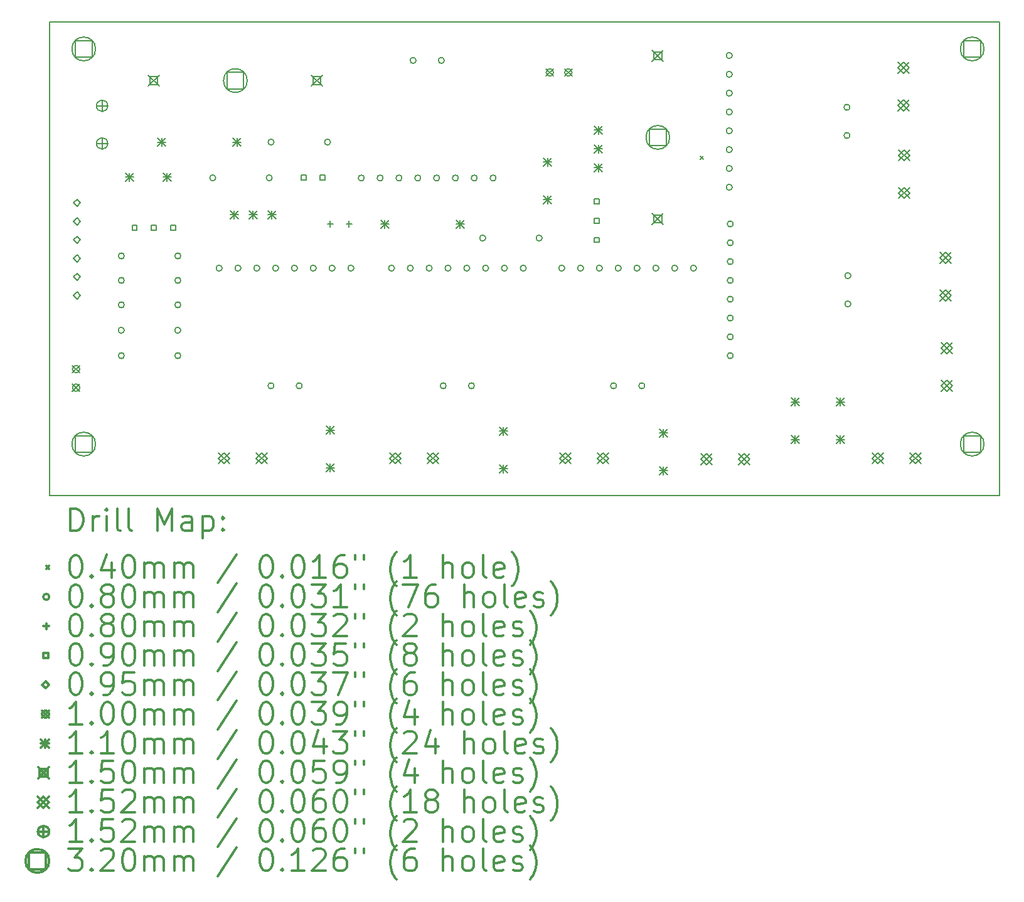
<source format=gbr>
%FSLAX45Y45*%
G04 Gerber Fmt 4.5, Leading zero omitted, Abs format (unit mm)*
G04 Created by KiCad (PCBNEW (5.1.9)-1) date 2021-07-22 19:31:06*
%MOMM*%
%LPD*%
G01*
G04 APERTURE LIST*
%TA.AperFunction,Profile*%
%ADD10C,0.150000*%
%TD*%
%ADD11C,0.200000*%
%ADD12C,0.300000*%
G04 APERTURE END LIST*
D10*
X21285200Y-6121700D02*
X8470900Y-6121700D01*
X21285200Y-12521700D02*
X21285200Y-6121700D01*
X8470900Y-12521700D02*
X21285200Y-12521700D01*
X8470900Y-6121700D02*
X8470900Y-12521700D01*
D11*
X17247660Y-7941460D02*
X17287660Y-7981460D01*
X17287660Y-7941460D02*
X17247660Y-7981460D01*
X9476100Y-9283700D02*
G75*
G03*
X9476100Y-9283700I-40000J0D01*
G01*
X9476100Y-9613900D02*
G75*
G03*
X9476100Y-9613900I-40000J0D01*
G01*
X9476100Y-9944100D02*
G75*
G03*
X9476100Y-9944100I-40000J0D01*
G01*
X9476100Y-10287000D02*
G75*
G03*
X9476100Y-10287000I-40000J0D01*
G01*
X9476100Y-10629900D02*
G75*
G03*
X9476100Y-10629900I-40000J0D01*
G01*
X10238100Y-9283700D02*
G75*
G03*
X10238100Y-9283700I-40000J0D01*
G01*
X10238100Y-9613900D02*
G75*
G03*
X10238100Y-9613900I-40000J0D01*
G01*
X10238100Y-9944100D02*
G75*
G03*
X10238100Y-9944100I-40000J0D01*
G01*
X10238100Y-10287000D02*
G75*
G03*
X10238100Y-10287000I-40000J0D01*
G01*
X10238100Y-10629900D02*
G75*
G03*
X10238100Y-10629900I-40000J0D01*
G01*
X10709900Y-8230700D02*
G75*
G03*
X10709900Y-8230700I-40000J0D01*
G01*
X10796900Y-9448800D02*
G75*
G03*
X10796900Y-9448800I-40000J0D01*
G01*
X11050900Y-9448800D02*
G75*
G03*
X11050900Y-9448800I-40000J0D01*
G01*
X11304900Y-9448800D02*
G75*
G03*
X11304900Y-9448800I-40000J0D01*
G01*
X11471900Y-8230700D02*
G75*
G03*
X11471900Y-8230700I-40000J0D01*
G01*
X11495400Y-7747000D02*
G75*
G03*
X11495400Y-7747000I-40000J0D01*
G01*
X11495400Y-11036300D02*
G75*
G03*
X11495400Y-11036300I-40000J0D01*
G01*
X11558900Y-9448800D02*
G75*
G03*
X11558900Y-9448800I-40000J0D01*
G01*
X11812900Y-9448800D02*
G75*
G03*
X11812900Y-9448800I-40000J0D01*
G01*
X11876400Y-11036300D02*
G75*
G03*
X11876400Y-11036300I-40000J0D01*
G01*
X12066900Y-9448800D02*
G75*
G03*
X12066900Y-9448800I-40000J0D01*
G01*
X12257400Y-7747000D02*
G75*
G03*
X12257400Y-7747000I-40000J0D01*
G01*
X12320900Y-9448800D02*
G75*
G03*
X12320900Y-9448800I-40000J0D01*
G01*
X12574900Y-9448800D02*
G75*
G03*
X12574900Y-9448800I-40000J0D01*
G01*
X12714600Y-8232140D02*
G75*
G03*
X12714600Y-8232140I-40000J0D01*
G01*
X12968600Y-8232140D02*
G75*
G03*
X12968600Y-8232140I-40000J0D01*
G01*
X13121000Y-9448800D02*
G75*
G03*
X13121000Y-9448800I-40000J0D01*
G01*
X13222600Y-8232140D02*
G75*
G03*
X13222600Y-8232140I-40000J0D01*
G01*
X13375000Y-9448800D02*
G75*
G03*
X13375000Y-9448800I-40000J0D01*
G01*
X13413100Y-6644640D02*
G75*
G03*
X13413100Y-6644640I-40000J0D01*
G01*
X13476600Y-8232140D02*
G75*
G03*
X13476600Y-8232140I-40000J0D01*
G01*
X13629000Y-9448800D02*
G75*
G03*
X13629000Y-9448800I-40000J0D01*
G01*
X13730600Y-8232140D02*
G75*
G03*
X13730600Y-8232140I-40000J0D01*
G01*
X13794100Y-6644640D02*
G75*
G03*
X13794100Y-6644640I-40000J0D01*
G01*
X13819500Y-11036300D02*
G75*
G03*
X13819500Y-11036300I-40000J0D01*
G01*
X13883000Y-9448800D02*
G75*
G03*
X13883000Y-9448800I-40000J0D01*
G01*
X13984600Y-8232140D02*
G75*
G03*
X13984600Y-8232140I-40000J0D01*
G01*
X14137000Y-9448800D02*
G75*
G03*
X14137000Y-9448800I-40000J0D01*
G01*
X14200500Y-11036300D02*
G75*
G03*
X14200500Y-11036300I-40000J0D01*
G01*
X14238600Y-8232140D02*
G75*
G03*
X14238600Y-8232140I-40000J0D01*
G01*
X14352900Y-9042400D02*
G75*
G03*
X14352900Y-9042400I-40000J0D01*
G01*
X14391000Y-9448800D02*
G75*
G03*
X14391000Y-9448800I-40000J0D01*
G01*
X14492600Y-8232140D02*
G75*
G03*
X14492600Y-8232140I-40000J0D01*
G01*
X14645000Y-9448800D02*
G75*
G03*
X14645000Y-9448800I-40000J0D01*
G01*
X14899000Y-9448800D02*
G75*
G03*
X14899000Y-9448800I-40000J0D01*
G01*
X15114900Y-9042400D02*
G75*
G03*
X15114900Y-9042400I-40000J0D01*
G01*
X15419700Y-9448800D02*
G75*
G03*
X15419700Y-9448800I-40000J0D01*
G01*
X15673700Y-9448800D02*
G75*
G03*
X15673700Y-9448800I-40000J0D01*
G01*
X15927700Y-9448800D02*
G75*
G03*
X15927700Y-9448800I-40000J0D01*
G01*
X16118200Y-11036300D02*
G75*
G03*
X16118200Y-11036300I-40000J0D01*
G01*
X16181700Y-9448800D02*
G75*
G03*
X16181700Y-9448800I-40000J0D01*
G01*
X16435700Y-9448800D02*
G75*
G03*
X16435700Y-9448800I-40000J0D01*
G01*
X16499200Y-11036300D02*
G75*
G03*
X16499200Y-11036300I-40000J0D01*
G01*
X16689700Y-9448800D02*
G75*
G03*
X16689700Y-9448800I-40000J0D01*
G01*
X16943700Y-9448800D02*
G75*
G03*
X16943700Y-9448800I-40000J0D01*
G01*
X17197700Y-9448800D02*
G75*
G03*
X17197700Y-9448800I-40000J0D01*
G01*
X17680300Y-6578600D02*
G75*
G03*
X17680300Y-6578600I-40000J0D01*
G01*
X17680300Y-6832600D02*
G75*
G03*
X17680300Y-6832600I-40000J0D01*
G01*
X17680300Y-7086600D02*
G75*
G03*
X17680300Y-7086600I-40000J0D01*
G01*
X17680300Y-7340600D02*
G75*
G03*
X17680300Y-7340600I-40000J0D01*
G01*
X17680300Y-7594600D02*
G75*
G03*
X17680300Y-7594600I-40000J0D01*
G01*
X17680300Y-7848600D02*
G75*
G03*
X17680300Y-7848600I-40000J0D01*
G01*
X17680300Y-8102600D02*
G75*
G03*
X17680300Y-8102600I-40000J0D01*
G01*
X17680300Y-8356600D02*
G75*
G03*
X17680300Y-8356600I-40000J0D01*
G01*
X17693000Y-8851900D02*
G75*
G03*
X17693000Y-8851900I-40000J0D01*
G01*
X17693000Y-9105900D02*
G75*
G03*
X17693000Y-9105900I-40000J0D01*
G01*
X17693000Y-9359900D02*
G75*
G03*
X17693000Y-9359900I-40000J0D01*
G01*
X17693000Y-9613900D02*
G75*
G03*
X17693000Y-9613900I-40000J0D01*
G01*
X17693000Y-9867900D02*
G75*
G03*
X17693000Y-9867900I-40000J0D01*
G01*
X17693000Y-10121900D02*
G75*
G03*
X17693000Y-10121900I-40000J0D01*
G01*
X17693000Y-10375900D02*
G75*
G03*
X17693000Y-10375900I-40000J0D01*
G01*
X17693000Y-10629900D02*
G75*
G03*
X17693000Y-10629900I-40000J0D01*
G01*
X19267800Y-7277100D02*
G75*
G03*
X19267800Y-7277100I-40000J0D01*
G01*
X19267800Y-7658100D02*
G75*
G03*
X19267800Y-7658100I-40000J0D01*
G01*
X19280500Y-9550400D02*
G75*
G03*
X19280500Y-9550400I-40000J0D01*
G01*
X19280500Y-9931400D02*
G75*
G03*
X19280500Y-9931400I-40000J0D01*
G01*
X12255500Y-8811895D02*
X12255500Y-8891905D01*
X12215495Y-8851900D02*
X12295505Y-8851900D01*
X12509500Y-8811895D02*
X12509500Y-8891905D01*
X12469495Y-8851900D02*
X12549505Y-8851900D01*
X9645720Y-8934520D02*
X9645720Y-8870880D01*
X9582080Y-8870880D01*
X9582080Y-8934520D01*
X9645720Y-8934520D01*
X9905720Y-8934520D02*
X9905720Y-8870880D01*
X9842080Y-8870880D01*
X9842080Y-8934520D01*
X9905720Y-8934520D01*
X10165720Y-8934520D02*
X10165720Y-8870880D01*
X10102080Y-8870880D01*
X10102080Y-8934520D01*
X10165720Y-8934520D01*
X11927720Y-8258520D02*
X11927720Y-8194880D01*
X11864080Y-8194880D01*
X11864080Y-8258520D01*
X11927720Y-8258520D01*
X12181720Y-8258520D02*
X12181720Y-8194880D01*
X12118080Y-8194880D01*
X12118080Y-8258520D01*
X12181720Y-8258520D01*
X15881420Y-8579620D02*
X15881420Y-8515980D01*
X15817780Y-8515980D01*
X15817780Y-8579620D01*
X15881420Y-8579620D01*
X15881420Y-8839620D02*
X15881420Y-8775980D01*
X15817780Y-8775980D01*
X15817780Y-8839620D01*
X15881420Y-8839620D01*
X15881420Y-9099620D02*
X15881420Y-9035980D01*
X15817780Y-9035980D01*
X15817780Y-9099620D01*
X15881420Y-9099620D01*
X8839200Y-8614600D02*
X8886700Y-8567100D01*
X8839200Y-8519600D01*
X8791700Y-8567100D01*
X8839200Y-8614600D01*
X8839200Y-8864600D02*
X8886700Y-8817100D01*
X8839200Y-8769600D01*
X8791700Y-8817100D01*
X8839200Y-8864600D01*
X8839200Y-9114600D02*
X8886700Y-9067100D01*
X8839200Y-9019600D01*
X8791700Y-9067100D01*
X8839200Y-9114600D01*
X8839200Y-9364600D02*
X8886700Y-9317100D01*
X8839200Y-9269600D01*
X8791700Y-9317100D01*
X8839200Y-9364600D01*
X8839200Y-9614600D02*
X8886700Y-9567100D01*
X8839200Y-9519600D01*
X8791700Y-9567100D01*
X8839200Y-9614600D01*
X8839200Y-9864600D02*
X8886700Y-9817100D01*
X8839200Y-9769600D01*
X8791700Y-9817100D01*
X8839200Y-9864600D01*
X8776500Y-10761700D02*
X8876500Y-10861700D01*
X8876500Y-10761700D02*
X8776500Y-10861700D01*
X8876500Y-10811700D02*
G75*
G03*
X8876500Y-10811700I-50000J0D01*
G01*
X8776500Y-11011700D02*
X8876500Y-11111700D01*
X8876500Y-11011700D02*
X8776500Y-11111700D01*
X8876500Y-11061700D02*
G75*
G03*
X8876500Y-11061700I-50000J0D01*
G01*
X15168600Y-6757200D02*
X15268600Y-6857200D01*
X15268600Y-6757200D02*
X15168600Y-6857200D01*
X15268600Y-6807200D02*
G75*
G03*
X15268600Y-6807200I-50000J0D01*
G01*
X15418600Y-6757200D02*
X15518600Y-6857200D01*
X15518600Y-6757200D02*
X15418600Y-6857200D01*
X15518600Y-6807200D02*
G75*
G03*
X15518600Y-6807200I-50000J0D01*
G01*
X9490900Y-8163700D02*
X9600900Y-8273700D01*
X9600900Y-8163700D02*
X9490900Y-8273700D01*
X9545900Y-8163700D02*
X9545900Y-8273700D01*
X9490900Y-8218700D02*
X9600900Y-8218700D01*
X9927200Y-7692000D02*
X10037200Y-7802000D01*
X10037200Y-7692000D02*
X9927200Y-7802000D01*
X9982200Y-7692000D02*
X9982200Y-7802000D01*
X9927200Y-7747000D02*
X10037200Y-7747000D01*
X9998900Y-8163700D02*
X10108900Y-8273700D01*
X10108900Y-8163700D02*
X9998900Y-8273700D01*
X10053900Y-8163700D02*
X10053900Y-8273700D01*
X9998900Y-8218700D02*
X10108900Y-8218700D01*
X10905100Y-8669900D02*
X11015100Y-8779900D01*
X11015100Y-8669900D02*
X10905100Y-8779900D01*
X10960100Y-8669900D02*
X10960100Y-8779900D01*
X10905100Y-8724900D02*
X11015100Y-8724900D01*
X10943200Y-7692000D02*
X11053200Y-7802000D01*
X11053200Y-7692000D02*
X10943200Y-7802000D01*
X10998200Y-7692000D02*
X10998200Y-7802000D01*
X10943200Y-7747000D02*
X11053200Y-7747000D01*
X11159100Y-8669900D02*
X11269100Y-8779900D01*
X11269100Y-8669900D02*
X11159100Y-8779900D01*
X11214100Y-8669900D02*
X11214100Y-8779900D01*
X11159100Y-8724900D02*
X11269100Y-8724900D01*
X11413100Y-8669900D02*
X11523100Y-8779900D01*
X11523100Y-8669900D02*
X11413100Y-8779900D01*
X11468100Y-8669900D02*
X11468100Y-8779900D01*
X11413100Y-8724900D02*
X11523100Y-8724900D01*
X12200500Y-11578200D02*
X12310500Y-11688200D01*
X12310500Y-11578200D02*
X12200500Y-11688200D01*
X12255500Y-11578200D02*
X12255500Y-11688200D01*
X12200500Y-11633200D02*
X12310500Y-11633200D01*
X12200500Y-12086200D02*
X12310500Y-12196200D01*
X12310500Y-12086200D02*
X12200500Y-12196200D01*
X12255500Y-12086200D02*
X12255500Y-12196200D01*
X12200500Y-12141200D02*
X12310500Y-12141200D01*
X12937100Y-8796900D02*
X13047100Y-8906900D01*
X13047100Y-8796900D02*
X12937100Y-8906900D01*
X12992100Y-8796900D02*
X12992100Y-8906900D01*
X12937100Y-8851900D02*
X13047100Y-8851900D01*
X13953100Y-8796900D02*
X14063100Y-8906900D01*
X14063100Y-8796900D02*
X13953100Y-8906900D01*
X14008100Y-8796900D02*
X14008100Y-8906900D01*
X13953100Y-8851900D02*
X14063100Y-8851900D01*
X14537300Y-11590900D02*
X14647300Y-11700900D01*
X14647300Y-11590900D02*
X14537300Y-11700900D01*
X14592300Y-11590900D02*
X14592300Y-11700900D01*
X14537300Y-11645900D02*
X14647300Y-11645900D01*
X14537300Y-12098900D02*
X14647300Y-12208900D01*
X14647300Y-12098900D02*
X14537300Y-12208900D01*
X14592300Y-12098900D02*
X14592300Y-12208900D01*
X14537300Y-12153900D02*
X14647300Y-12153900D01*
X15134200Y-7958700D02*
X15244200Y-8068700D01*
X15244200Y-7958700D02*
X15134200Y-8068700D01*
X15189200Y-7958700D02*
X15189200Y-8068700D01*
X15134200Y-8013700D02*
X15244200Y-8013700D01*
X15134200Y-8466700D02*
X15244200Y-8576700D01*
X15244200Y-8466700D02*
X15134200Y-8576700D01*
X15189200Y-8466700D02*
X15189200Y-8576700D01*
X15134200Y-8521700D02*
X15244200Y-8521700D01*
X15820000Y-7526900D02*
X15930000Y-7636900D01*
X15930000Y-7526900D02*
X15820000Y-7636900D01*
X15875000Y-7526900D02*
X15875000Y-7636900D01*
X15820000Y-7581900D02*
X15930000Y-7581900D01*
X15820000Y-7780900D02*
X15930000Y-7890900D01*
X15930000Y-7780900D02*
X15820000Y-7890900D01*
X15875000Y-7780900D02*
X15875000Y-7890900D01*
X15820000Y-7835900D02*
X15930000Y-7835900D01*
X15820000Y-8034900D02*
X15930000Y-8144900D01*
X15930000Y-8034900D02*
X15820000Y-8144900D01*
X15875000Y-8034900D02*
X15875000Y-8144900D01*
X15820000Y-8089900D02*
X15930000Y-8089900D01*
X16696300Y-11616300D02*
X16806300Y-11726300D01*
X16806300Y-11616300D02*
X16696300Y-11726300D01*
X16751300Y-11616300D02*
X16751300Y-11726300D01*
X16696300Y-11671300D02*
X16806300Y-11671300D01*
X16696300Y-12124300D02*
X16806300Y-12234300D01*
X16806300Y-12124300D02*
X16696300Y-12234300D01*
X16751300Y-12124300D02*
X16751300Y-12234300D01*
X16696300Y-12179300D02*
X16806300Y-12179300D01*
X18474300Y-11197200D02*
X18584300Y-11307200D01*
X18584300Y-11197200D02*
X18474300Y-11307200D01*
X18529300Y-11197200D02*
X18529300Y-11307200D01*
X18474300Y-11252200D02*
X18584300Y-11252200D01*
X18474300Y-11705200D02*
X18584300Y-11815200D01*
X18584300Y-11705200D02*
X18474300Y-11815200D01*
X18529300Y-11705200D02*
X18529300Y-11815200D01*
X18474300Y-11760200D02*
X18584300Y-11760200D01*
X19083900Y-11197200D02*
X19193900Y-11307200D01*
X19193900Y-11197200D02*
X19083900Y-11307200D01*
X19138900Y-11197200D02*
X19138900Y-11307200D01*
X19083900Y-11252200D02*
X19193900Y-11252200D01*
X19083900Y-11705200D02*
X19193900Y-11815200D01*
X19193900Y-11705200D02*
X19083900Y-11815200D01*
X19138900Y-11705200D02*
X19138900Y-11815200D01*
X19083900Y-11760200D02*
X19193900Y-11760200D01*
X9799769Y-6841643D02*
X9949883Y-6991757D01*
X9949883Y-6841643D02*
X9799769Y-6991757D01*
X9927900Y-6969774D02*
X9927900Y-6863626D01*
X9821752Y-6863626D01*
X9821752Y-6969774D01*
X9927900Y-6969774D01*
X11999917Y-6841643D02*
X12150031Y-6991757D01*
X12150031Y-6841643D02*
X11999917Y-6991757D01*
X12128048Y-6969774D02*
X12128048Y-6863626D01*
X12021900Y-6863626D01*
X12021900Y-6969774D01*
X12128048Y-6969774D01*
X16600043Y-6508369D02*
X16750157Y-6658483D01*
X16750157Y-6508369D02*
X16600043Y-6658483D01*
X16728174Y-6636500D02*
X16728174Y-6530352D01*
X16622026Y-6530352D01*
X16622026Y-6636500D01*
X16728174Y-6636500D01*
X16600043Y-8708517D02*
X16750157Y-8858631D01*
X16750157Y-8708517D02*
X16600043Y-8858631D01*
X16728174Y-8836648D02*
X16728174Y-8730500D01*
X16622026Y-8730500D01*
X16622026Y-8836648D01*
X16728174Y-8836648D01*
X10744400Y-11938200D02*
X10896400Y-12090200D01*
X10896400Y-11938200D02*
X10744400Y-12090200D01*
X10820400Y-12090200D02*
X10896400Y-12014200D01*
X10820400Y-11938200D01*
X10744400Y-12014200D01*
X10820400Y-12090200D01*
X11252400Y-11938200D02*
X11404400Y-12090200D01*
X11404400Y-11938200D02*
X11252400Y-12090200D01*
X11328400Y-12090200D02*
X11404400Y-12014200D01*
X11328400Y-11938200D01*
X11252400Y-12014200D01*
X11328400Y-12090200D01*
X13055800Y-11938200D02*
X13207800Y-12090200D01*
X13207800Y-11938200D02*
X13055800Y-12090200D01*
X13131800Y-12090200D02*
X13207800Y-12014200D01*
X13131800Y-11938200D01*
X13055800Y-12014200D01*
X13131800Y-12090200D01*
X13563800Y-11938200D02*
X13715800Y-12090200D01*
X13715800Y-11938200D02*
X13563800Y-12090200D01*
X13639800Y-12090200D02*
X13715800Y-12014200D01*
X13639800Y-11938200D01*
X13563800Y-12014200D01*
X13639800Y-12090200D01*
X15354500Y-11938200D02*
X15506500Y-12090200D01*
X15506500Y-11938200D02*
X15354500Y-12090200D01*
X15430500Y-12090200D02*
X15506500Y-12014200D01*
X15430500Y-11938200D01*
X15354500Y-12014200D01*
X15430500Y-12090200D01*
X15862500Y-11938200D02*
X16014500Y-12090200D01*
X16014500Y-11938200D02*
X15862500Y-12090200D01*
X15938500Y-12090200D02*
X16014500Y-12014200D01*
X15938500Y-11938200D01*
X15862500Y-12014200D01*
X15938500Y-12090200D01*
X17259500Y-11950900D02*
X17411500Y-12102900D01*
X17411500Y-11950900D02*
X17259500Y-12102900D01*
X17335500Y-12102900D02*
X17411500Y-12026900D01*
X17335500Y-11950900D01*
X17259500Y-12026900D01*
X17335500Y-12102900D01*
X17767500Y-11950900D02*
X17919500Y-12102900D01*
X17919500Y-11950900D02*
X17767500Y-12102900D01*
X17843500Y-12102900D02*
X17919500Y-12026900D01*
X17843500Y-11950900D01*
X17767500Y-12026900D01*
X17843500Y-12102900D01*
X19570900Y-11938200D02*
X19722900Y-12090200D01*
X19722900Y-11938200D02*
X19570900Y-12090200D01*
X19646900Y-12090200D02*
X19722900Y-12014200D01*
X19646900Y-11938200D01*
X19570900Y-12014200D01*
X19646900Y-12090200D01*
X19916300Y-6667700D02*
X20068300Y-6819700D01*
X20068300Y-6667700D02*
X19916300Y-6819700D01*
X19992300Y-6819700D02*
X20068300Y-6743700D01*
X19992300Y-6667700D01*
X19916300Y-6743700D01*
X19992300Y-6819700D01*
X19916300Y-7175700D02*
X20068300Y-7327700D01*
X20068300Y-7175700D02*
X19916300Y-7327700D01*
X19992300Y-7327700D02*
X20068300Y-7251700D01*
X19992300Y-7175700D01*
X19916300Y-7251700D01*
X19992300Y-7327700D01*
X19926500Y-7848800D02*
X20078500Y-8000800D01*
X20078500Y-7848800D02*
X19926500Y-8000800D01*
X20002500Y-8000800D02*
X20078500Y-7924800D01*
X20002500Y-7848800D01*
X19926500Y-7924800D01*
X20002500Y-8000800D01*
X19926500Y-8356800D02*
X20078500Y-8508800D01*
X20078500Y-8356800D02*
X19926500Y-8508800D01*
X20002500Y-8508800D02*
X20078500Y-8432800D01*
X20002500Y-8356800D01*
X19926500Y-8432800D01*
X20002500Y-8508800D01*
X20078900Y-11938200D02*
X20230900Y-12090200D01*
X20230900Y-11938200D02*
X20078900Y-12090200D01*
X20154900Y-12090200D02*
X20230900Y-12014200D01*
X20154900Y-11938200D01*
X20078900Y-12014200D01*
X20154900Y-12090200D01*
X20485300Y-9233100D02*
X20637300Y-9385100D01*
X20637300Y-9233100D02*
X20485300Y-9385100D01*
X20561300Y-9385100D02*
X20637300Y-9309100D01*
X20561300Y-9233100D01*
X20485300Y-9309100D01*
X20561300Y-9385100D01*
X20485300Y-9741100D02*
X20637300Y-9893100D01*
X20637300Y-9741100D02*
X20485300Y-9893100D01*
X20561300Y-9893100D02*
X20637300Y-9817100D01*
X20561300Y-9741100D01*
X20485300Y-9817100D01*
X20561300Y-9893100D01*
X20498000Y-10452300D02*
X20650000Y-10604300D01*
X20650000Y-10452300D02*
X20498000Y-10604300D01*
X20574000Y-10604300D02*
X20650000Y-10528300D01*
X20574000Y-10452300D01*
X20498000Y-10528300D01*
X20574000Y-10604300D01*
X20498000Y-10960300D02*
X20650000Y-11112300D01*
X20650000Y-10960300D02*
X20498000Y-11112300D01*
X20574000Y-11112300D02*
X20650000Y-11036300D01*
X20574000Y-10960300D01*
X20498000Y-11036300D01*
X20574000Y-11112300D01*
X9176900Y-7180500D02*
X9176900Y-7332900D01*
X9100700Y-7256700D02*
X9253100Y-7256700D01*
X9253100Y-7256700D02*
G75*
G03*
X9253100Y-7256700I-76200J0D01*
G01*
X9176900Y-7688500D02*
X9176900Y-7840900D01*
X9100700Y-7764700D02*
X9253100Y-7764700D01*
X9253100Y-7764700D02*
G75*
G03*
X9253100Y-7764700I-76200J0D01*
G01*
X9042038Y-6602838D02*
X9042038Y-6376562D01*
X8815762Y-6376562D01*
X8815762Y-6602838D01*
X9042038Y-6602838D01*
X9088900Y-6489700D02*
G75*
G03*
X9088900Y-6489700I-160000J0D01*
G01*
X9042038Y-11936838D02*
X9042038Y-11710562D01*
X8815762Y-11710562D01*
X8815762Y-11936838D01*
X9042038Y-11936838D01*
X9088900Y-11823700D02*
G75*
G03*
X9088900Y-11823700I-160000J0D01*
G01*
X11088038Y-7029838D02*
X11088038Y-6803562D01*
X10861762Y-6803562D01*
X10861762Y-7029838D01*
X11088038Y-7029838D01*
X11134900Y-6916700D02*
G75*
G03*
X11134900Y-6916700I-160000J0D01*
G01*
X16788238Y-7796638D02*
X16788238Y-7570362D01*
X16561962Y-7570362D01*
X16561962Y-7796638D01*
X16788238Y-7796638D01*
X16835100Y-7683500D02*
G75*
G03*
X16835100Y-7683500I-160000J0D01*
G01*
X21030038Y-6602838D02*
X21030038Y-6376562D01*
X20803762Y-6376562D01*
X20803762Y-6602838D01*
X21030038Y-6602838D01*
X21076900Y-6489700D02*
G75*
G03*
X21076900Y-6489700I-160000J0D01*
G01*
X21030038Y-11936838D02*
X21030038Y-11710562D01*
X20803762Y-11710562D01*
X20803762Y-11936838D01*
X21030038Y-11936838D01*
X21076900Y-11823700D02*
G75*
G03*
X21076900Y-11823700I-160000J0D01*
G01*
D12*
X8749828Y-12994914D02*
X8749828Y-12694914D01*
X8821257Y-12694914D01*
X8864114Y-12709200D01*
X8892686Y-12737771D01*
X8906971Y-12766343D01*
X8921257Y-12823486D01*
X8921257Y-12866343D01*
X8906971Y-12923486D01*
X8892686Y-12952057D01*
X8864114Y-12980629D01*
X8821257Y-12994914D01*
X8749828Y-12994914D01*
X9049828Y-12994914D02*
X9049828Y-12794914D01*
X9049828Y-12852057D02*
X9064114Y-12823486D01*
X9078400Y-12809200D01*
X9106971Y-12794914D01*
X9135543Y-12794914D01*
X9235543Y-12994914D02*
X9235543Y-12794914D01*
X9235543Y-12694914D02*
X9221257Y-12709200D01*
X9235543Y-12723486D01*
X9249828Y-12709200D01*
X9235543Y-12694914D01*
X9235543Y-12723486D01*
X9421257Y-12994914D02*
X9392686Y-12980629D01*
X9378400Y-12952057D01*
X9378400Y-12694914D01*
X9578400Y-12994914D02*
X9549828Y-12980629D01*
X9535543Y-12952057D01*
X9535543Y-12694914D01*
X9921257Y-12994914D02*
X9921257Y-12694914D01*
X10021257Y-12909200D01*
X10121257Y-12694914D01*
X10121257Y-12994914D01*
X10392686Y-12994914D02*
X10392686Y-12837771D01*
X10378400Y-12809200D01*
X10349828Y-12794914D01*
X10292686Y-12794914D01*
X10264114Y-12809200D01*
X10392686Y-12980629D02*
X10364114Y-12994914D01*
X10292686Y-12994914D01*
X10264114Y-12980629D01*
X10249828Y-12952057D01*
X10249828Y-12923486D01*
X10264114Y-12894914D01*
X10292686Y-12880629D01*
X10364114Y-12880629D01*
X10392686Y-12866343D01*
X10535543Y-12794914D02*
X10535543Y-13094914D01*
X10535543Y-12809200D02*
X10564114Y-12794914D01*
X10621257Y-12794914D01*
X10649828Y-12809200D01*
X10664114Y-12823486D01*
X10678400Y-12852057D01*
X10678400Y-12937771D01*
X10664114Y-12966343D01*
X10649828Y-12980629D01*
X10621257Y-12994914D01*
X10564114Y-12994914D01*
X10535543Y-12980629D01*
X10806971Y-12966343D02*
X10821257Y-12980629D01*
X10806971Y-12994914D01*
X10792686Y-12980629D01*
X10806971Y-12966343D01*
X10806971Y-12994914D01*
X10806971Y-12809200D02*
X10821257Y-12823486D01*
X10806971Y-12837771D01*
X10792686Y-12823486D01*
X10806971Y-12809200D01*
X10806971Y-12837771D01*
X8423400Y-13469200D02*
X8463400Y-13509200D01*
X8463400Y-13469200D02*
X8423400Y-13509200D01*
X8806971Y-13324914D02*
X8835543Y-13324914D01*
X8864114Y-13339200D01*
X8878400Y-13353486D01*
X8892686Y-13382057D01*
X8906971Y-13439200D01*
X8906971Y-13510629D01*
X8892686Y-13567771D01*
X8878400Y-13596343D01*
X8864114Y-13610629D01*
X8835543Y-13624914D01*
X8806971Y-13624914D01*
X8778400Y-13610629D01*
X8764114Y-13596343D01*
X8749828Y-13567771D01*
X8735543Y-13510629D01*
X8735543Y-13439200D01*
X8749828Y-13382057D01*
X8764114Y-13353486D01*
X8778400Y-13339200D01*
X8806971Y-13324914D01*
X9035543Y-13596343D02*
X9049828Y-13610629D01*
X9035543Y-13624914D01*
X9021257Y-13610629D01*
X9035543Y-13596343D01*
X9035543Y-13624914D01*
X9306971Y-13424914D02*
X9306971Y-13624914D01*
X9235543Y-13310629D02*
X9164114Y-13524914D01*
X9349828Y-13524914D01*
X9521257Y-13324914D02*
X9549828Y-13324914D01*
X9578400Y-13339200D01*
X9592686Y-13353486D01*
X9606971Y-13382057D01*
X9621257Y-13439200D01*
X9621257Y-13510629D01*
X9606971Y-13567771D01*
X9592686Y-13596343D01*
X9578400Y-13610629D01*
X9549828Y-13624914D01*
X9521257Y-13624914D01*
X9492686Y-13610629D01*
X9478400Y-13596343D01*
X9464114Y-13567771D01*
X9449828Y-13510629D01*
X9449828Y-13439200D01*
X9464114Y-13382057D01*
X9478400Y-13353486D01*
X9492686Y-13339200D01*
X9521257Y-13324914D01*
X9749828Y-13624914D02*
X9749828Y-13424914D01*
X9749828Y-13453486D02*
X9764114Y-13439200D01*
X9792686Y-13424914D01*
X9835543Y-13424914D01*
X9864114Y-13439200D01*
X9878400Y-13467771D01*
X9878400Y-13624914D01*
X9878400Y-13467771D02*
X9892686Y-13439200D01*
X9921257Y-13424914D01*
X9964114Y-13424914D01*
X9992686Y-13439200D01*
X10006971Y-13467771D01*
X10006971Y-13624914D01*
X10149828Y-13624914D02*
X10149828Y-13424914D01*
X10149828Y-13453486D02*
X10164114Y-13439200D01*
X10192686Y-13424914D01*
X10235543Y-13424914D01*
X10264114Y-13439200D01*
X10278400Y-13467771D01*
X10278400Y-13624914D01*
X10278400Y-13467771D02*
X10292686Y-13439200D01*
X10321257Y-13424914D01*
X10364114Y-13424914D01*
X10392686Y-13439200D01*
X10406971Y-13467771D01*
X10406971Y-13624914D01*
X10992686Y-13310629D02*
X10735543Y-13696343D01*
X11378400Y-13324914D02*
X11406971Y-13324914D01*
X11435543Y-13339200D01*
X11449828Y-13353486D01*
X11464114Y-13382057D01*
X11478400Y-13439200D01*
X11478400Y-13510629D01*
X11464114Y-13567771D01*
X11449828Y-13596343D01*
X11435543Y-13610629D01*
X11406971Y-13624914D01*
X11378400Y-13624914D01*
X11349828Y-13610629D01*
X11335543Y-13596343D01*
X11321257Y-13567771D01*
X11306971Y-13510629D01*
X11306971Y-13439200D01*
X11321257Y-13382057D01*
X11335543Y-13353486D01*
X11349828Y-13339200D01*
X11378400Y-13324914D01*
X11606971Y-13596343D02*
X11621257Y-13610629D01*
X11606971Y-13624914D01*
X11592686Y-13610629D01*
X11606971Y-13596343D01*
X11606971Y-13624914D01*
X11806971Y-13324914D02*
X11835543Y-13324914D01*
X11864114Y-13339200D01*
X11878400Y-13353486D01*
X11892686Y-13382057D01*
X11906971Y-13439200D01*
X11906971Y-13510629D01*
X11892686Y-13567771D01*
X11878400Y-13596343D01*
X11864114Y-13610629D01*
X11835543Y-13624914D01*
X11806971Y-13624914D01*
X11778400Y-13610629D01*
X11764114Y-13596343D01*
X11749828Y-13567771D01*
X11735543Y-13510629D01*
X11735543Y-13439200D01*
X11749828Y-13382057D01*
X11764114Y-13353486D01*
X11778400Y-13339200D01*
X11806971Y-13324914D01*
X12192686Y-13624914D02*
X12021257Y-13624914D01*
X12106971Y-13624914D02*
X12106971Y-13324914D01*
X12078400Y-13367771D01*
X12049828Y-13396343D01*
X12021257Y-13410629D01*
X12449828Y-13324914D02*
X12392686Y-13324914D01*
X12364114Y-13339200D01*
X12349828Y-13353486D01*
X12321257Y-13396343D01*
X12306971Y-13453486D01*
X12306971Y-13567771D01*
X12321257Y-13596343D01*
X12335543Y-13610629D01*
X12364114Y-13624914D01*
X12421257Y-13624914D01*
X12449828Y-13610629D01*
X12464114Y-13596343D01*
X12478400Y-13567771D01*
X12478400Y-13496343D01*
X12464114Y-13467771D01*
X12449828Y-13453486D01*
X12421257Y-13439200D01*
X12364114Y-13439200D01*
X12335543Y-13453486D01*
X12321257Y-13467771D01*
X12306971Y-13496343D01*
X12592686Y-13324914D02*
X12592686Y-13382057D01*
X12706971Y-13324914D02*
X12706971Y-13382057D01*
X13149828Y-13739200D02*
X13135543Y-13724914D01*
X13106971Y-13682057D01*
X13092686Y-13653486D01*
X13078400Y-13610629D01*
X13064114Y-13539200D01*
X13064114Y-13482057D01*
X13078400Y-13410629D01*
X13092686Y-13367771D01*
X13106971Y-13339200D01*
X13135543Y-13296343D01*
X13149828Y-13282057D01*
X13421257Y-13624914D02*
X13249828Y-13624914D01*
X13335543Y-13624914D02*
X13335543Y-13324914D01*
X13306971Y-13367771D01*
X13278400Y-13396343D01*
X13249828Y-13410629D01*
X13778400Y-13624914D02*
X13778400Y-13324914D01*
X13906971Y-13624914D02*
X13906971Y-13467771D01*
X13892686Y-13439200D01*
X13864114Y-13424914D01*
X13821257Y-13424914D01*
X13792686Y-13439200D01*
X13778400Y-13453486D01*
X14092686Y-13624914D02*
X14064114Y-13610629D01*
X14049828Y-13596343D01*
X14035543Y-13567771D01*
X14035543Y-13482057D01*
X14049828Y-13453486D01*
X14064114Y-13439200D01*
X14092686Y-13424914D01*
X14135543Y-13424914D01*
X14164114Y-13439200D01*
X14178400Y-13453486D01*
X14192686Y-13482057D01*
X14192686Y-13567771D01*
X14178400Y-13596343D01*
X14164114Y-13610629D01*
X14135543Y-13624914D01*
X14092686Y-13624914D01*
X14364114Y-13624914D02*
X14335543Y-13610629D01*
X14321257Y-13582057D01*
X14321257Y-13324914D01*
X14592686Y-13610629D02*
X14564114Y-13624914D01*
X14506971Y-13624914D01*
X14478400Y-13610629D01*
X14464114Y-13582057D01*
X14464114Y-13467771D01*
X14478400Y-13439200D01*
X14506971Y-13424914D01*
X14564114Y-13424914D01*
X14592686Y-13439200D01*
X14606971Y-13467771D01*
X14606971Y-13496343D01*
X14464114Y-13524914D01*
X14706971Y-13739200D02*
X14721257Y-13724914D01*
X14749828Y-13682057D01*
X14764114Y-13653486D01*
X14778400Y-13610629D01*
X14792686Y-13539200D01*
X14792686Y-13482057D01*
X14778400Y-13410629D01*
X14764114Y-13367771D01*
X14749828Y-13339200D01*
X14721257Y-13296343D01*
X14706971Y-13282057D01*
X8463400Y-13885200D02*
G75*
G03*
X8463400Y-13885200I-40000J0D01*
G01*
X8806971Y-13720914D02*
X8835543Y-13720914D01*
X8864114Y-13735200D01*
X8878400Y-13749486D01*
X8892686Y-13778057D01*
X8906971Y-13835200D01*
X8906971Y-13906629D01*
X8892686Y-13963771D01*
X8878400Y-13992343D01*
X8864114Y-14006629D01*
X8835543Y-14020914D01*
X8806971Y-14020914D01*
X8778400Y-14006629D01*
X8764114Y-13992343D01*
X8749828Y-13963771D01*
X8735543Y-13906629D01*
X8735543Y-13835200D01*
X8749828Y-13778057D01*
X8764114Y-13749486D01*
X8778400Y-13735200D01*
X8806971Y-13720914D01*
X9035543Y-13992343D02*
X9049828Y-14006629D01*
X9035543Y-14020914D01*
X9021257Y-14006629D01*
X9035543Y-13992343D01*
X9035543Y-14020914D01*
X9221257Y-13849486D02*
X9192686Y-13835200D01*
X9178400Y-13820914D01*
X9164114Y-13792343D01*
X9164114Y-13778057D01*
X9178400Y-13749486D01*
X9192686Y-13735200D01*
X9221257Y-13720914D01*
X9278400Y-13720914D01*
X9306971Y-13735200D01*
X9321257Y-13749486D01*
X9335543Y-13778057D01*
X9335543Y-13792343D01*
X9321257Y-13820914D01*
X9306971Y-13835200D01*
X9278400Y-13849486D01*
X9221257Y-13849486D01*
X9192686Y-13863771D01*
X9178400Y-13878057D01*
X9164114Y-13906629D01*
X9164114Y-13963771D01*
X9178400Y-13992343D01*
X9192686Y-14006629D01*
X9221257Y-14020914D01*
X9278400Y-14020914D01*
X9306971Y-14006629D01*
X9321257Y-13992343D01*
X9335543Y-13963771D01*
X9335543Y-13906629D01*
X9321257Y-13878057D01*
X9306971Y-13863771D01*
X9278400Y-13849486D01*
X9521257Y-13720914D02*
X9549828Y-13720914D01*
X9578400Y-13735200D01*
X9592686Y-13749486D01*
X9606971Y-13778057D01*
X9621257Y-13835200D01*
X9621257Y-13906629D01*
X9606971Y-13963771D01*
X9592686Y-13992343D01*
X9578400Y-14006629D01*
X9549828Y-14020914D01*
X9521257Y-14020914D01*
X9492686Y-14006629D01*
X9478400Y-13992343D01*
X9464114Y-13963771D01*
X9449828Y-13906629D01*
X9449828Y-13835200D01*
X9464114Y-13778057D01*
X9478400Y-13749486D01*
X9492686Y-13735200D01*
X9521257Y-13720914D01*
X9749828Y-14020914D02*
X9749828Y-13820914D01*
X9749828Y-13849486D02*
X9764114Y-13835200D01*
X9792686Y-13820914D01*
X9835543Y-13820914D01*
X9864114Y-13835200D01*
X9878400Y-13863771D01*
X9878400Y-14020914D01*
X9878400Y-13863771D02*
X9892686Y-13835200D01*
X9921257Y-13820914D01*
X9964114Y-13820914D01*
X9992686Y-13835200D01*
X10006971Y-13863771D01*
X10006971Y-14020914D01*
X10149828Y-14020914D02*
X10149828Y-13820914D01*
X10149828Y-13849486D02*
X10164114Y-13835200D01*
X10192686Y-13820914D01*
X10235543Y-13820914D01*
X10264114Y-13835200D01*
X10278400Y-13863771D01*
X10278400Y-14020914D01*
X10278400Y-13863771D02*
X10292686Y-13835200D01*
X10321257Y-13820914D01*
X10364114Y-13820914D01*
X10392686Y-13835200D01*
X10406971Y-13863771D01*
X10406971Y-14020914D01*
X10992686Y-13706629D02*
X10735543Y-14092343D01*
X11378400Y-13720914D02*
X11406971Y-13720914D01*
X11435543Y-13735200D01*
X11449828Y-13749486D01*
X11464114Y-13778057D01*
X11478400Y-13835200D01*
X11478400Y-13906629D01*
X11464114Y-13963771D01*
X11449828Y-13992343D01*
X11435543Y-14006629D01*
X11406971Y-14020914D01*
X11378400Y-14020914D01*
X11349828Y-14006629D01*
X11335543Y-13992343D01*
X11321257Y-13963771D01*
X11306971Y-13906629D01*
X11306971Y-13835200D01*
X11321257Y-13778057D01*
X11335543Y-13749486D01*
X11349828Y-13735200D01*
X11378400Y-13720914D01*
X11606971Y-13992343D02*
X11621257Y-14006629D01*
X11606971Y-14020914D01*
X11592686Y-14006629D01*
X11606971Y-13992343D01*
X11606971Y-14020914D01*
X11806971Y-13720914D02*
X11835543Y-13720914D01*
X11864114Y-13735200D01*
X11878400Y-13749486D01*
X11892686Y-13778057D01*
X11906971Y-13835200D01*
X11906971Y-13906629D01*
X11892686Y-13963771D01*
X11878400Y-13992343D01*
X11864114Y-14006629D01*
X11835543Y-14020914D01*
X11806971Y-14020914D01*
X11778400Y-14006629D01*
X11764114Y-13992343D01*
X11749828Y-13963771D01*
X11735543Y-13906629D01*
X11735543Y-13835200D01*
X11749828Y-13778057D01*
X11764114Y-13749486D01*
X11778400Y-13735200D01*
X11806971Y-13720914D01*
X12006971Y-13720914D02*
X12192686Y-13720914D01*
X12092686Y-13835200D01*
X12135543Y-13835200D01*
X12164114Y-13849486D01*
X12178400Y-13863771D01*
X12192686Y-13892343D01*
X12192686Y-13963771D01*
X12178400Y-13992343D01*
X12164114Y-14006629D01*
X12135543Y-14020914D01*
X12049828Y-14020914D01*
X12021257Y-14006629D01*
X12006971Y-13992343D01*
X12478400Y-14020914D02*
X12306971Y-14020914D01*
X12392686Y-14020914D02*
X12392686Y-13720914D01*
X12364114Y-13763771D01*
X12335543Y-13792343D01*
X12306971Y-13806629D01*
X12592686Y-13720914D02*
X12592686Y-13778057D01*
X12706971Y-13720914D02*
X12706971Y-13778057D01*
X13149828Y-14135200D02*
X13135543Y-14120914D01*
X13106971Y-14078057D01*
X13092686Y-14049486D01*
X13078400Y-14006629D01*
X13064114Y-13935200D01*
X13064114Y-13878057D01*
X13078400Y-13806629D01*
X13092686Y-13763771D01*
X13106971Y-13735200D01*
X13135543Y-13692343D01*
X13149828Y-13678057D01*
X13235543Y-13720914D02*
X13435543Y-13720914D01*
X13306971Y-14020914D01*
X13678400Y-13720914D02*
X13621257Y-13720914D01*
X13592686Y-13735200D01*
X13578400Y-13749486D01*
X13549828Y-13792343D01*
X13535543Y-13849486D01*
X13535543Y-13963771D01*
X13549828Y-13992343D01*
X13564114Y-14006629D01*
X13592686Y-14020914D01*
X13649828Y-14020914D01*
X13678400Y-14006629D01*
X13692686Y-13992343D01*
X13706971Y-13963771D01*
X13706971Y-13892343D01*
X13692686Y-13863771D01*
X13678400Y-13849486D01*
X13649828Y-13835200D01*
X13592686Y-13835200D01*
X13564114Y-13849486D01*
X13549828Y-13863771D01*
X13535543Y-13892343D01*
X14064114Y-14020914D02*
X14064114Y-13720914D01*
X14192686Y-14020914D02*
X14192686Y-13863771D01*
X14178400Y-13835200D01*
X14149828Y-13820914D01*
X14106971Y-13820914D01*
X14078400Y-13835200D01*
X14064114Y-13849486D01*
X14378400Y-14020914D02*
X14349828Y-14006629D01*
X14335543Y-13992343D01*
X14321257Y-13963771D01*
X14321257Y-13878057D01*
X14335543Y-13849486D01*
X14349828Y-13835200D01*
X14378400Y-13820914D01*
X14421257Y-13820914D01*
X14449828Y-13835200D01*
X14464114Y-13849486D01*
X14478400Y-13878057D01*
X14478400Y-13963771D01*
X14464114Y-13992343D01*
X14449828Y-14006629D01*
X14421257Y-14020914D01*
X14378400Y-14020914D01*
X14649828Y-14020914D02*
X14621257Y-14006629D01*
X14606971Y-13978057D01*
X14606971Y-13720914D01*
X14878400Y-14006629D02*
X14849828Y-14020914D01*
X14792686Y-14020914D01*
X14764114Y-14006629D01*
X14749828Y-13978057D01*
X14749828Y-13863771D01*
X14764114Y-13835200D01*
X14792686Y-13820914D01*
X14849828Y-13820914D01*
X14878400Y-13835200D01*
X14892686Y-13863771D01*
X14892686Y-13892343D01*
X14749828Y-13920914D01*
X15006971Y-14006629D02*
X15035543Y-14020914D01*
X15092686Y-14020914D01*
X15121257Y-14006629D01*
X15135543Y-13978057D01*
X15135543Y-13963771D01*
X15121257Y-13935200D01*
X15092686Y-13920914D01*
X15049828Y-13920914D01*
X15021257Y-13906629D01*
X15006971Y-13878057D01*
X15006971Y-13863771D01*
X15021257Y-13835200D01*
X15049828Y-13820914D01*
X15092686Y-13820914D01*
X15121257Y-13835200D01*
X15235543Y-14135200D02*
X15249828Y-14120914D01*
X15278400Y-14078057D01*
X15292686Y-14049486D01*
X15306971Y-14006629D01*
X15321257Y-13935200D01*
X15321257Y-13878057D01*
X15306971Y-13806629D01*
X15292686Y-13763771D01*
X15278400Y-13735200D01*
X15249828Y-13692343D01*
X15235543Y-13678057D01*
X8423395Y-14241195D02*
X8423395Y-14321205D01*
X8383390Y-14281200D02*
X8463400Y-14281200D01*
X8806971Y-14116914D02*
X8835543Y-14116914D01*
X8864114Y-14131200D01*
X8878400Y-14145486D01*
X8892686Y-14174057D01*
X8906971Y-14231200D01*
X8906971Y-14302629D01*
X8892686Y-14359771D01*
X8878400Y-14388343D01*
X8864114Y-14402629D01*
X8835543Y-14416914D01*
X8806971Y-14416914D01*
X8778400Y-14402629D01*
X8764114Y-14388343D01*
X8749828Y-14359771D01*
X8735543Y-14302629D01*
X8735543Y-14231200D01*
X8749828Y-14174057D01*
X8764114Y-14145486D01*
X8778400Y-14131200D01*
X8806971Y-14116914D01*
X9035543Y-14388343D02*
X9049828Y-14402629D01*
X9035543Y-14416914D01*
X9021257Y-14402629D01*
X9035543Y-14388343D01*
X9035543Y-14416914D01*
X9221257Y-14245486D02*
X9192686Y-14231200D01*
X9178400Y-14216914D01*
X9164114Y-14188343D01*
X9164114Y-14174057D01*
X9178400Y-14145486D01*
X9192686Y-14131200D01*
X9221257Y-14116914D01*
X9278400Y-14116914D01*
X9306971Y-14131200D01*
X9321257Y-14145486D01*
X9335543Y-14174057D01*
X9335543Y-14188343D01*
X9321257Y-14216914D01*
X9306971Y-14231200D01*
X9278400Y-14245486D01*
X9221257Y-14245486D01*
X9192686Y-14259771D01*
X9178400Y-14274057D01*
X9164114Y-14302629D01*
X9164114Y-14359771D01*
X9178400Y-14388343D01*
X9192686Y-14402629D01*
X9221257Y-14416914D01*
X9278400Y-14416914D01*
X9306971Y-14402629D01*
X9321257Y-14388343D01*
X9335543Y-14359771D01*
X9335543Y-14302629D01*
X9321257Y-14274057D01*
X9306971Y-14259771D01*
X9278400Y-14245486D01*
X9521257Y-14116914D02*
X9549828Y-14116914D01*
X9578400Y-14131200D01*
X9592686Y-14145486D01*
X9606971Y-14174057D01*
X9621257Y-14231200D01*
X9621257Y-14302629D01*
X9606971Y-14359771D01*
X9592686Y-14388343D01*
X9578400Y-14402629D01*
X9549828Y-14416914D01*
X9521257Y-14416914D01*
X9492686Y-14402629D01*
X9478400Y-14388343D01*
X9464114Y-14359771D01*
X9449828Y-14302629D01*
X9449828Y-14231200D01*
X9464114Y-14174057D01*
X9478400Y-14145486D01*
X9492686Y-14131200D01*
X9521257Y-14116914D01*
X9749828Y-14416914D02*
X9749828Y-14216914D01*
X9749828Y-14245486D02*
X9764114Y-14231200D01*
X9792686Y-14216914D01*
X9835543Y-14216914D01*
X9864114Y-14231200D01*
X9878400Y-14259771D01*
X9878400Y-14416914D01*
X9878400Y-14259771D02*
X9892686Y-14231200D01*
X9921257Y-14216914D01*
X9964114Y-14216914D01*
X9992686Y-14231200D01*
X10006971Y-14259771D01*
X10006971Y-14416914D01*
X10149828Y-14416914D02*
X10149828Y-14216914D01*
X10149828Y-14245486D02*
X10164114Y-14231200D01*
X10192686Y-14216914D01*
X10235543Y-14216914D01*
X10264114Y-14231200D01*
X10278400Y-14259771D01*
X10278400Y-14416914D01*
X10278400Y-14259771D02*
X10292686Y-14231200D01*
X10321257Y-14216914D01*
X10364114Y-14216914D01*
X10392686Y-14231200D01*
X10406971Y-14259771D01*
X10406971Y-14416914D01*
X10992686Y-14102629D02*
X10735543Y-14488343D01*
X11378400Y-14116914D02*
X11406971Y-14116914D01*
X11435543Y-14131200D01*
X11449828Y-14145486D01*
X11464114Y-14174057D01*
X11478400Y-14231200D01*
X11478400Y-14302629D01*
X11464114Y-14359771D01*
X11449828Y-14388343D01*
X11435543Y-14402629D01*
X11406971Y-14416914D01*
X11378400Y-14416914D01*
X11349828Y-14402629D01*
X11335543Y-14388343D01*
X11321257Y-14359771D01*
X11306971Y-14302629D01*
X11306971Y-14231200D01*
X11321257Y-14174057D01*
X11335543Y-14145486D01*
X11349828Y-14131200D01*
X11378400Y-14116914D01*
X11606971Y-14388343D02*
X11621257Y-14402629D01*
X11606971Y-14416914D01*
X11592686Y-14402629D01*
X11606971Y-14388343D01*
X11606971Y-14416914D01*
X11806971Y-14116914D02*
X11835543Y-14116914D01*
X11864114Y-14131200D01*
X11878400Y-14145486D01*
X11892686Y-14174057D01*
X11906971Y-14231200D01*
X11906971Y-14302629D01*
X11892686Y-14359771D01*
X11878400Y-14388343D01*
X11864114Y-14402629D01*
X11835543Y-14416914D01*
X11806971Y-14416914D01*
X11778400Y-14402629D01*
X11764114Y-14388343D01*
X11749828Y-14359771D01*
X11735543Y-14302629D01*
X11735543Y-14231200D01*
X11749828Y-14174057D01*
X11764114Y-14145486D01*
X11778400Y-14131200D01*
X11806971Y-14116914D01*
X12006971Y-14116914D02*
X12192686Y-14116914D01*
X12092686Y-14231200D01*
X12135543Y-14231200D01*
X12164114Y-14245486D01*
X12178400Y-14259771D01*
X12192686Y-14288343D01*
X12192686Y-14359771D01*
X12178400Y-14388343D01*
X12164114Y-14402629D01*
X12135543Y-14416914D01*
X12049828Y-14416914D01*
X12021257Y-14402629D01*
X12006971Y-14388343D01*
X12306971Y-14145486D02*
X12321257Y-14131200D01*
X12349828Y-14116914D01*
X12421257Y-14116914D01*
X12449828Y-14131200D01*
X12464114Y-14145486D01*
X12478400Y-14174057D01*
X12478400Y-14202629D01*
X12464114Y-14245486D01*
X12292686Y-14416914D01*
X12478400Y-14416914D01*
X12592686Y-14116914D02*
X12592686Y-14174057D01*
X12706971Y-14116914D02*
X12706971Y-14174057D01*
X13149828Y-14531200D02*
X13135543Y-14516914D01*
X13106971Y-14474057D01*
X13092686Y-14445486D01*
X13078400Y-14402629D01*
X13064114Y-14331200D01*
X13064114Y-14274057D01*
X13078400Y-14202629D01*
X13092686Y-14159771D01*
X13106971Y-14131200D01*
X13135543Y-14088343D01*
X13149828Y-14074057D01*
X13249828Y-14145486D02*
X13264114Y-14131200D01*
X13292686Y-14116914D01*
X13364114Y-14116914D01*
X13392686Y-14131200D01*
X13406971Y-14145486D01*
X13421257Y-14174057D01*
X13421257Y-14202629D01*
X13406971Y-14245486D01*
X13235543Y-14416914D01*
X13421257Y-14416914D01*
X13778400Y-14416914D02*
X13778400Y-14116914D01*
X13906971Y-14416914D02*
X13906971Y-14259771D01*
X13892686Y-14231200D01*
X13864114Y-14216914D01*
X13821257Y-14216914D01*
X13792686Y-14231200D01*
X13778400Y-14245486D01*
X14092686Y-14416914D02*
X14064114Y-14402629D01*
X14049828Y-14388343D01*
X14035543Y-14359771D01*
X14035543Y-14274057D01*
X14049828Y-14245486D01*
X14064114Y-14231200D01*
X14092686Y-14216914D01*
X14135543Y-14216914D01*
X14164114Y-14231200D01*
X14178400Y-14245486D01*
X14192686Y-14274057D01*
X14192686Y-14359771D01*
X14178400Y-14388343D01*
X14164114Y-14402629D01*
X14135543Y-14416914D01*
X14092686Y-14416914D01*
X14364114Y-14416914D02*
X14335543Y-14402629D01*
X14321257Y-14374057D01*
X14321257Y-14116914D01*
X14592686Y-14402629D02*
X14564114Y-14416914D01*
X14506971Y-14416914D01*
X14478400Y-14402629D01*
X14464114Y-14374057D01*
X14464114Y-14259771D01*
X14478400Y-14231200D01*
X14506971Y-14216914D01*
X14564114Y-14216914D01*
X14592686Y-14231200D01*
X14606971Y-14259771D01*
X14606971Y-14288343D01*
X14464114Y-14316914D01*
X14721257Y-14402629D02*
X14749828Y-14416914D01*
X14806971Y-14416914D01*
X14835543Y-14402629D01*
X14849828Y-14374057D01*
X14849828Y-14359771D01*
X14835543Y-14331200D01*
X14806971Y-14316914D01*
X14764114Y-14316914D01*
X14735543Y-14302629D01*
X14721257Y-14274057D01*
X14721257Y-14259771D01*
X14735543Y-14231200D01*
X14764114Y-14216914D01*
X14806971Y-14216914D01*
X14835543Y-14231200D01*
X14949828Y-14531200D02*
X14964114Y-14516914D01*
X14992686Y-14474057D01*
X15006971Y-14445486D01*
X15021257Y-14402629D01*
X15035543Y-14331200D01*
X15035543Y-14274057D01*
X15021257Y-14202629D01*
X15006971Y-14159771D01*
X14992686Y-14131200D01*
X14964114Y-14088343D01*
X14949828Y-14074057D01*
X8450220Y-14709020D02*
X8450220Y-14645380D01*
X8386580Y-14645380D01*
X8386580Y-14709020D01*
X8450220Y-14709020D01*
X8806971Y-14512914D02*
X8835543Y-14512914D01*
X8864114Y-14527200D01*
X8878400Y-14541486D01*
X8892686Y-14570057D01*
X8906971Y-14627200D01*
X8906971Y-14698629D01*
X8892686Y-14755771D01*
X8878400Y-14784343D01*
X8864114Y-14798629D01*
X8835543Y-14812914D01*
X8806971Y-14812914D01*
X8778400Y-14798629D01*
X8764114Y-14784343D01*
X8749828Y-14755771D01*
X8735543Y-14698629D01*
X8735543Y-14627200D01*
X8749828Y-14570057D01*
X8764114Y-14541486D01*
X8778400Y-14527200D01*
X8806971Y-14512914D01*
X9035543Y-14784343D02*
X9049828Y-14798629D01*
X9035543Y-14812914D01*
X9021257Y-14798629D01*
X9035543Y-14784343D01*
X9035543Y-14812914D01*
X9192686Y-14812914D02*
X9249828Y-14812914D01*
X9278400Y-14798629D01*
X9292686Y-14784343D01*
X9321257Y-14741486D01*
X9335543Y-14684343D01*
X9335543Y-14570057D01*
X9321257Y-14541486D01*
X9306971Y-14527200D01*
X9278400Y-14512914D01*
X9221257Y-14512914D01*
X9192686Y-14527200D01*
X9178400Y-14541486D01*
X9164114Y-14570057D01*
X9164114Y-14641486D01*
X9178400Y-14670057D01*
X9192686Y-14684343D01*
X9221257Y-14698629D01*
X9278400Y-14698629D01*
X9306971Y-14684343D01*
X9321257Y-14670057D01*
X9335543Y-14641486D01*
X9521257Y-14512914D02*
X9549828Y-14512914D01*
X9578400Y-14527200D01*
X9592686Y-14541486D01*
X9606971Y-14570057D01*
X9621257Y-14627200D01*
X9621257Y-14698629D01*
X9606971Y-14755771D01*
X9592686Y-14784343D01*
X9578400Y-14798629D01*
X9549828Y-14812914D01*
X9521257Y-14812914D01*
X9492686Y-14798629D01*
X9478400Y-14784343D01*
X9464114Y-14755771D01*
X9449828Y-14698629D01*
X9449828Y-14627200D01*
X9464114Y-14570057D01*
X9478400Y-14541486D01*
X9492686Y-14527200D01*
X9521257Y-14512914D01*
X9749828Y-14812914D02*
X9749828Y-14612914D01*
X9749828Y-14641486D02*
X9764114Y-14627200D01*
X9792686Y-14612914D01*
X9835543Y-14612914D01*
X9864114Y-14627200D01*
X9878400Y-14655771D01*
X9878400Y-14812914D01*
X9878400Y-14655771D02*
X9892686Y-14627200D01*
X9921257Y-14612914D01*
X9964114Y-14612914D01*
X9992686Y-14627200D01*
X10006971Y-14655771D01*
X10006971Y-14812914D01*
X10149828Y-14812914D02*
X10149828Y-14612914D01*
X10149828Y-14641486D02*
X10164114Y-14627200D01*
X10192686Y-14612914D01*
X10235543Y-14612914D01*
X10264114Y-14627200D01*
X10278400Y-14655771D01*
X10278400Y-14812914D01*
X10278400Y-14655771D02*
X10292686Y-14627200D01*
X10321257Y-14612914D01*
X10364114Y-14612914D01*
X10392686Y-14627200D01*
X10406971Y-14655771D01*
X10406971Y-14812914D01*
X10992686Y-14498629D02*
X10735543Y-14884343D01*
X11378400Y-14512914D02*
X11406971Y-14512914D01*
X11435543Y-14527200D01*
X11449828Y-14541486D01*
X11464114Y-14570057D01*
X11478400Y-14627200D01*
X11478400Y-14698629D01*
X11464114Y-14755771D01*
X11449828Y-14784343D01*
X11435543Y-14798629D01*
X11406971Y-14812914D01*
X11378400Y-14812914D01*
X11349828Y-14798629D01*
X11335543Y-14784343D01*
X11321257Y-14755771D01*
X11306971Y-14698629D01*
X11306971Y-14627200D01*
X11321257Y-14570057D01*
X11335543Y-14541486D01*
X11349828Y-14527200D01*
X11378400Y-14512914D01*
X11606971Y-14784343D02*
X11621257Y-14798629D01*
X11606971Y-14812914D01*
X11592686Y-14798629D01*
X11606971Y-14784343D01*
X11606971Y-14812914D01*
X11806971Y-14512914D02*
X11835543Y-14512914D01*
X11864114Y-14527200D01*
X11878400Y-14541486D01*
X11892686Y-14570057D01*
X11906971Y-14627200D01*
X11906971Y-14698629D01*
X11892686Y-14755771D01*
X11878400Y-14784343D01*
X11864114Y-14798629D01*
X11835543Y-14812914D01*
X11806971Y-14812914D01*
X11778400Y-14798629D01*
X11764114Y-14784343D01*
X11749828Y-14755771D01*
X11735543Y-14698629D01*
X11735543Y-14627200D01*
X11749828Y-14570057D01*
X11764114Y-14541486D01*
X11778400Y-14527200D01*
X11806971Y-14512914D01*
X12006971Y-14512914D02*
X12192686Y-14512914D01*
X12092686Y-14627200D01*
X12135543Y-14627200D01*
X12164114Y-14641486D01*
X12178400Y-14655771D01*
X12192686Y-14684343D01*
X12192686Y-14755771D01*
X12178400Y-14784343D01*
X12164114Y-14798629D01*
X12135543Y-14812914D01*
X12049828Y-14812914D01*
X12021257Y-14798629D01*
X12006971Y-14784343D01*
X12464114Y-14512914D02*
X12321257Y-14512914D01*
X12306971Y-14655771D01*
X12321257Y-14641486D01*
X12349828Y-14627200D01*
X12421257Y-14627200D01*
X12449828Y-14641486D01*
X12464114Y-14655771D01*
X12478400Y-14684343D01*
X12478400Y-14755771D01*
X12464114Y-14784343D01*
X12449828Y-14798629D01*
X12421257Y-14812914D01*
X12349828Y-14812914D01*
X12321257Y-14798629D01*
X12306971Y-14784343D01*
X12592686Y-14512914D02*
X12592686Y-14570057D01*
X12706971Y-14512914D02*
X12706971Y-14570057D01*
X13149828Y-14927200D02*
X13135543Y-14912914D01*
X13106971Y-14870057D01*
X13092686Y-14841486D01*
X13078400Y-14798629D01*
X13064114Y-14727200D01*
X13064114Y-14670057D01*
X13078400Y-14598629D01*
X13092686Y-14555771D01*
X13106971Y-14527200D01*
X13135543Y-14484343D01*
X13149828Y-14470057D01*
X13306971Y-14641486D02*
X13278400Y-14627200D01*
X13264114Y-14612914D01*
X13249828Y-14584343D01*
X13249828Y-14570057D01*
X13264114Y-14541486D01*
X13278400Y-14527200D01*
X13306971Y-14512914D01*
X13364114Y-14512914D01*
X13392686Y-14527200D01*
X13406971Y-14541486D01*
X13421257Y-14570057D01*
X13421257Y-14584343D01*
X13406971Y-14612914D01*
X13392686Y-14627200D01*
X13364114Y-14641486D01*
X13306971Y-14641486D01*
X13278400Y-14655771D01*
X13264114Y-14670057D01*
X13249828Y-14698629D01*
X13249828Y-14755771D01*
X13264114Y-14784343D01*
X13278400Y-14798629D01*
X13306971Y-14812914D01*
X13364114Y-14812914D01*
X13392686Y-14798629D01*
X13406971Y-14784343D01*
X13421257Y-14755771D01*
X13421257Y-14698629D01*
X13406971Y-14670057D01*
X13392686Y-14655771D01*
X13364114Y-14641486D01*
X13778400Y-14812914D02*
X13778400Y-14512914D01*
X13906971Y-14812914D02*
X13906971Y-14655771D01*
X13892686Y-14627200D01*
X13864114Y-14612914D01*
X13821257Y-14612914D01*
X13792686Y-14627200D01*
X13778400Y-14641486D01*
X14092686Y-14812914D02*
X14064114Y-14798629D01*
X14049828Y-14784343D01*
X14035543Y-14755771D01*
X14035543Y-14670057D01*
X14049828Y-14641486D01*
X14064114Y-14627200D01*
X14092686Y-14612914D01*
X14135543Y-14612914D01*
X14164114Y-14627200D01*
X14178400Y-14641486D01*
X14192686Y-14670057D01*
X14192686Y-14755771D01*
X14178400Y-14784343D01*
X14164114Y-14798629D01*
X14135543Y-14812914D01*
X14092686Y-14812914D01*
X14364114Y-14812914D02*
X14335543Y-14798629D01*
X14321257Y-14770057D01*
X14321257Y-14512914D01*
X14592686Y-14798629D02*
X14564114Y-14812914D01*
X14506971Y-14812914D01*
X14478400Y-14798629D01*
X14464114Y-14770057D01*
X14464114Y-14655771D01*
X14478400Y-14627200D01*
X14506971Y-14612914D01*
X14564114Y-14612914D01*
X14592686Y-14627200D01*
X14606971Y-14655771D01*
X14606971Y-14684343D01*
X14464114Y-14712914D01*
X14721257Y-14798629D02*
X14749828Y-14812914D01*
X14806971Y-14812914D01*
X14835543Y-14798629D01*
X14849828Y-14770057D01*
X14849828Y-14755771D01*
X14835543Y-14727200D01*
X14806971Y-14712914D01*
X14764114Y-14712914D01*
X14735543Y-14698629D01*
X14721257Y-14670057D01*
X14721257Y-14655771D01*
X14735543Y-14627200D01*
X14764114Y-14612914D01*
X14806971Y-14612914D01*
X14835543Y-14627200D01*
X14949828Y-14927200D02*
X14964114Y-14912914D01*
X14992686Y-14870057D01*
X15006971Y-14841486D01*
X15021257Y-14798629D01*
X15035543Y-14727200D01*
X15035543Y-14670057D01*
X15021257Y-14598629D01*
X15006971Y-14555771D01*
X14992686Y-14527200D01*
X14964114Y-14484343D01*
X14949828Y-14470057D01*
X8415900Y-15120700D02*
X8463400Y-15073200D01*
X8415900Y-15025700D01*
X8368400Y-15073200D01*
X8415900Y-15120700D01*
X8806971Y-14908914D02*
X8835543Y-14908914D01*
X8864114Y-14923200D01*
X8878400Y-14937486D01*
X8892686Y-14966057D01*
X8906971Y-15023200D01*
X8906971Y-15094629D01*
X8892686Y-15151771D01*
X8878400Y-15180343D01*
X8864114Y-15194629D01*
X8835543Y-15208914D01*
X8806971Y-15208914D01*
X8778400Y-15194629D01*
X8764114Y-15180343D01*
X8749828Y-15151771D01*
X8735543Y-15094629D01*
X8735543Y-15023200D01*
X8749828Y-14966057D01*
X8764114Y-14937486D01*
X8778400Y-14923200D01*
X8806971Y-14908914D01*
X9035543Y-15180343D02*
X9049828Y-15194629D01*
X9035543Y-15208914D01*
X9021257Y-15194629D01*
X9035543Y-15180343D01*
X9035543Y-15208914D01*
X9192686Y-15208914D02*
X9249828Y-15208914D01*
X9278400Y-15194629D01*
X9292686Y-15180343D01*
X9321257Y-15137486D01*
X9335543Y-15080343D01*
X9335543Y-14966057D01*
X9321257Y-14937486D01*
X9306971Y-14923200D01*
X9278400Y-14908914D01*
X9221257Y-14908914D01*
X9192686Y-14923200D01*
X9178400Y-14937486D01*
X9164114Y-14966057D01*
X9164114Y-15037486D01*
X9178400Y-15066057D01*
X9192686Y-15080343D01*
X9221257Y-15094629D01*
X9278400Y-15094629D01*
X9306971Y-15080343D01*
X9321257Y-15066057D01*
X9335543Y-15037486D01*
X9606971Y-14908914D02*
X9464114Y-14908914D01*
X9449828Y-15051771D01*
X9464114Y-15037486D01*
X9492686Y-15023200D01*
X9564114Y-15023200D01*
X9592686Y-15037486D01*
X9606971Y-15051771D01*
X9621257Y-15080343D01*
X9621257Y-15151771D01*
X9606971Y-15180343D01*
X9592686Y-15194629D01*
X9564114Y-15208914D01*
X9492686Y-15208914D01*
X9464114Y-15194629D01*
X9449828Y-15180343D01*
X9749828Y-15208914D02*
X9749828Y-15008914D01*
X9749828Y-15037486D02*
X9764114Y-15023200D01*
X9792686Y-15008914D01*
X9835543Y-15008914D01*
X9864114Y-15023200D01*
X9878400Y-15051771D01*
X9878400Y-15208914D01*
X9878400Y-15051771D02*
X9892686Y-15023200D01*
X9921257Y-15008914D01*
X9964114Y-15008914D01*
X9992686Y-15023200D01*
X10006971Y-15051771D01*
X10006971Y-15208914D01*
X10149828Y-15208914D02*
X10149828Y-15008914D01*
X10149828Y-15037486D02*
X10164114Y-15023200D01*
X10192686Y-15008914D01*
X10235543Y-15008914D01*
X10264114Y-15023200D01*
X10278400Y-15051771D01*
X10278400Y-15208914D01*
X10278400Y-15051771D02*
X10292686Y-15023200D01*
X10321257Y-15008914D01*
X10364114Y-15008914D01*
X10392686Y-15023200D01*
X10406971Y-15051771D01*
X10406971Y-15208914D01*
X10992686Y-14894629D02*
X10735543Y-15280343D01*
X11378400Y-14908914D02*
X11406971Y-14908914D01*
X11435543Y-14923200D01*
X11449828Y-14937486D01*
X11464114Y-14966057D01*
X11478400Y-15023200D01*
X11478400Y-15094629D01*
X11464114Y-15151771D01*
X11449828Y-15180343D01*
X11435543Y-15194629D01*
X11406971Y-15208914D01*
X11378400Y-15208914D01*
X11349828Y-15194629D01*
X11335543Y-15180343D01*
X11321257Y-15151771D01*
X11306971Y-15094629D01*
X11306971Y-15023200D01*
X11321257Y-14966057D01*
X11335543Y-14937486D01*
X11349828Y-14923200D01*
X11378400Y-14908914D01*
X11606971Y-15180343D02*
X11621257Y-15194629D01*
X11606971Y-15208914D01*
X11592686Y-15194629D01*
X11606971Y-15180343D01*
X11606971Y-15208914D01*
X11806971Y-14908914D02*
X11835543Y-14908914D01*
X11864114Y-14923200D01*
X11878400Y-14937486D01*
X11892686Y-14966057D01*
X11906971Y-15023200D01*
X11906971Y-15094629D01*
X11892686Y-15151771D01*
X11878400Y-15180343D01*
X11864114Y-15194629D01*
X11835543Y-15208914D01*
X11806971Y-15208914D01*
X11778400Y-15194629D01*
X11764114Y-15180343D01*
X11749828Y-15151771D01*
X11735543Y-15094629D01*
X11735543Y-15023200D01*
X11749828Y-14966057D01*
X11764114Y-14937486D01*
X11778400Y-14923200D01*
X11806971Y-14908914D01*
X12006971Y-14908914D02*
X12192686Y-14908914D01*
X12092686Y-15023200D01*
X12135543Y-15023200D01*
X12164114Y-15037486D01*
X12178400Y-15051771D01*
X12192686Y-15080343D01*
X12192686Y-15151771D01*
X12178400Y-15180343D01*
X12164114Y-15194629D01*
X12135543Y-15208914D01*
X12049828Y-15208914D01*
X12021257Y-15194629D01*
X12006971Y-15180343D01*
X12292686Y-14908914D02*
X12492686Y-14908914D01*
X12364114Y-15208914D01*
X12592686Y-14908914D02*
X12592686Y-14966057D01*
X12706971Y-14908914D02*
X12706971Y-14966057D01*
X13149828Y-15323200D02*
X13135543Y-15308914D01*
X13106971Y-15266057D01*
X13092686Y-15237486D01*
X13078400Y-15194629D01*
X13064114Y-15123200D01*
X13064114Y-15066057D01*
X13078400Y-14994629D01*
X13092686Y-14951771D01*
X13106971Y-14923200D01*
X13135543Y-14880343D01*
X13149828Y-14866057D01*
X13392686Y-14908914D02*
X13335543Y-14908914D01*
X13306971Y-14923200D01*
X13292686Y-14937486D01*
X13264114Y-14980343D01*
X13249828Y-15037486D01*
X13249828Y-15151771D01*
X13264114Y-15180343D01*
X13278400Y-15194629D01*
X13306971Y-15208914D01*
X13364114Y-15208914D01*
X13392686Y-15194629D01*
X13406971Y-15180343D01*
X13421257Y-15151771D01*
X13421257Y-15080343D01*
X13406971Y-15051771D01*
X13392686Y-15037486D01*
X13364114Y-15023200D01*
X13306971Y-15023200D01*
X13278400Y-15037486D01*
X13264114Y-15051771D01*
X13249828Y-15080343D01*
X13778400Y-15208914D02*
X13778400Y-14908914D01*
X13906971Y-15208914D02*
X13906971Y-15051771D01*
X13892686Y-15023200D01*
X13864114Y-15008914D01*
X13821257Y-15008914D01*
X13792686Y-15023200D01*
X13778400Y-15037486D01*
X14092686Y-15208914D02*
X14064114Y-15194629D01*
X14049828Y-15180343D01*
X14035543Y-15151771D01*
X14035543Y-15066057D01*
X14049828Y-15037486D01*
X14064114Y-15023200D01*
X14092686Y-15008914D01*
X14135543Y-15008914D01*
X14164114Y-15023200D01*
X14178400Y-15037486D01*
X14192686Y-15066057D01*
X14192686Y-15151771D01*
X14178400Y-15180343D01*
X14164114Y-15194629D01*
X14135543Y-15208914D01*
X14092686Y-15208914D01*
X14364114Y-15208914D02*
X14335543Y-15194629D01*
X14321257Y-15166057D01*
X14321257Y-14908914D01*
X14592686Y-15194629D02*
X14564114Y-15208914D01*
X14506971Y-15208914D01*
X14478400Y-15194629D01*
X14464114Y-15166057D01*
X14464114Y-15051771D01*
X14478400Y-15023200D01*
X14506971Y-15008914D01*
X14564114Y-15008914D01*
X14592686Y-15023200D01*
X14606971Y-15051771D01*
X14606971Y-15080343D01*
X14464114Y-15108914D01*
X14721257Y-15194629D02*
X14749828Y-15208914D01*
X14806971Y-15208914D01*
X14835543Y-15194629D01*
X14849828Y-15166057D01*
X14849828Y-15151771D01*
X14835543Y-15123200D01*
X14806971Y-15108914D01*
X14764114Y-15108914D01*
X14735543Y-15094629D01*
X14721257Y-15066057D01*
X14721257Y-15051771D01*
X14735543Y-15023200D01*
X14764114Y-15008914D01*
X14806971Y-15008914D01*
X14835543Y-15023200D01*
X14949828Y-15323200D02*
X14964114Y-15308914D01*
X14992686Y-15266057D01*
X15006971Y-15237486D01*
X15021257Y-15194629D01*
X15035543Y-15123200D01*
X15035543Y-15066057D01*
X15021257Y-14994629D01*
X15006971Y-14951771D01*
X14992686Y-14923200D01*
X14964114Y-14880343D01*
X14949828Y-14866057D01*
X8363400Y-15419200D02*
X8463400Y-15519200D01*
X8463400Y-15419200D02*
X8363400Y-15519200D01*
X8463400Y-15469200D02*
G75*
G03*
X8463400Y-15469200I-50000J0D01*
G01*
X8906971Y-15604914D02*
X8735543Y-15604914D01*
X8821257Y-15604914D02*
X8821257Y-15304914D01*
X8792686Y-15347771D01*
X8764114Y-15376343D01*
X8735543Y-15390629D01*
X9035543Y-15576343D02*
X9049828Y-15590629D01*
X9035543Y-15604914D01*
X9021257Y-15590629D01*
X9035543Y-15576343D01*
X9035543Y-15604914D01*
X9235543Y-15304914D02*
X9264114Y-15304914D01*
X9292686Y-15319200D01*
X9306971Y-15333486D01*
X9321257Y-15362057D01*
X9335543Y-15419200D01*
X9335543Y-15490629D01*
X9321257Y-15547771D01*
X9306971Y-15576343D01*
X9292686Y-15590629D01*
X9264114Y-15604914D01*
X9235543Y-15604914D01*
X9206971Y-15590629D01*
X9192686Y-15576343D01*
X9178400Y-15547771D01*
X9164114Y-15490629D01*
X9164114Y-15419200D01*
X9178400Y-15362057D01*
X9192686Y-15333486D01*
X9206971Y-15319200D01*
X9235543Y-15304914D01*
X9521257Y-15304914D02*
X9549828Y-15304914D01*
X9578400Y-15319200D01*
X9592686Y-15333486D01*
X9606971Y-15362057D01*
X9621257Y-15419200D01*
X9621257Y-15490629D01*
X9606971Y-15547771D01*
X9592686Y-15576343D01*
X9578400Y-15590629D01*
X9549828Y-15604914D01*
X9521257Y-15604914D01*
X9492686Y-15590629D01*
X9478400Y-15576343D01*
X9464114Y-15547771D01*
X9449828Y-15490629D01*
X9449828Y-15419200D01*
X9464114Y-15362057D01*
X9478400Y-15333486D01*
X9492686Y-15319200D01*
X9521257Y-15304914D01*
X9749828Y-15604914D02*
X9749828Y-15404914D01*
X9749828Y-15433486D02*
X9764114Y-15419200D01*
X9792686Y-15404914D01*
X9835543Y-15404914D01*
X9864114Y-15419200D01*
X9878400Y-15447771D01*
X9878400Y-15604914D01*
X9878400Y-15447771D02*
X9892686Y-15419200D01*
X9921257Y-15404914D01*
X9964114Y-15404914D01*
X9992686Y-15419200D01*
X10006971Y-15447771D01*
X10006971Y-15604914D01*
X10149828Y-15604914D02*
X10149828Y-15404914D01*
X10149828Y-15433486D02*
X10164114Y-15419200D01*
X10192686Y-15404914D01*
X10235543Y-15404914D01*
X10264114Y-15419200D01*
X10278400Y-15447771D01*
X10278400Y-15604914D01*
X10278400Y-15447771D02*
X10292686Y-15419200D01*
X10321257Y-15404914D01*
X10364114Y-15404914D01*
X10392686Y-15419200D01*
X10406971Y-15447771D01*
X10406971Y-15604914D01*
X10992686Y-15290629D02*
X10735543Y-15676343D01*
X11378400Y-15304914D02*
X11406971Y-15304914D01*
X11435543Y-15319200D01*
X11449828Y-15333486D01*
X11464114Y-15362057D01*
X11478400Y-15419200D01*
X11478400Y-15490629D01*
X11464114Y-15547771D01*
X11449828Y-15576343D01*
X11435543Y-15590629D01*
X11406971Y-15604914D01*
X11378400Y-15604914D01*
X11349828Y-15590629D01*
X11335543Y-15576343D01*
X11321257Y-15547771D01*
X11306971Y-15490629D01*
X11306971Y-15419200D01*
X11321257Y-15362057D01*
X11335543Y-15333486D01*
X11349828Y-15319200D01*
X11378400Y-15304914D01*
X11606971Y-15576343D02*
X11621257Y-15590629D01*
X11606971Y-15604914D01*
X11592686Y-15590629D01*
X11606971Y-15576343D01*
X11606971Y-15604914D01*
X11806971Y-15304914D02*
X11835543Y-15304914D01*
X11864114Y-15319200D01*
X11878400Y-15333486D01*
X11892686Y-15362057D01*
X11906971Y-15419200D01*
X11906971Y-15490629D01*
X11892686Y-15547771D01*
X11878400Y-15576343D01*
X11864114Y-15590629D01*
X11835543Y-15604914D01*
X11806971Y-15604914D01*
X11778400Y-15590629D01*
X11764114Y-15576343D01*
X11749828Y-15547771D01*
X11735543Y-15490629D01*
X11735543Y-15419200D01*
X11749828Y-15362057D01*
X11764114Y-15333486D01*
X11778400Y-15319200D01*
X11806971Y-15304914D01*
X12006971Y-15304914D02*
X12192686Y-15304914D01*
X12092686Y-15419200D01*
X12135543Y-15419200D01*
X12164114Y-15433486D01*
X12178400Y-15447771D01*
X12192686Y-15476343D01*
X12192686Y-15547771D01*
X12178400Y-15576343D01*
X12164114Y-15590629D01*
X12135543Y-15604914D01*
X12049828Y-15604914D01*
X12021257Y-15590629D01*
X12006971Y-15576343D01*
X12335543Y-15604914D02*
X12392686Y-15604914D01*
X12421257Y-15590629D01*
X12435543Y-15576343D01*
X12464114Y-15533486D01*
X12478400Y-15476343D01*
X12478400Y-15362057D01*
X12464114Y-15333486D01*
X12449828Y-15319200D01*
X12421257Y-15304914D01*
X12364114Y-15304914D01*
X12335543Y-15319200D01*
X12321257Y-15333486D01*
X12306971Y-15362057D01*
X12306971Y-15433486D01*
X12321257Y-15462057D01*
X12335543Y-15476343D01*
X12364114Y-15490629D01*
X12421257Y-15490629D01*
X12449828Y-15476343D01*
X12464114Y-15462057D01*
X12478400Y-15433486D01*
X12592686Y-15304914D02*
X12592686Y-15362057D01*
X12706971Y-15304914D02*
X12706971Y-15362057D01*
X13149828Y-15719200D02*
X13135543Y-15704914D01*
X13106971Y-15662057D01*
X13092686Y-15633486D01*
X13078400Y-15590629D01*
X13064114Y-15519200D01*
X13064114Y-15462057D01*
X13078400Y-15390629D01*
X13092686Y-15347771D01*
X13106971Y-15319200D01*
X13135543Y-15276343D01*
X13149828Y-15262057D01*
X13392686Y-15404914D02*
X13392686Y-15604914D01*
X13321257Y-15290629D02*
X13249828Y-15504914D01*
X13435543Y-15504914D01*
X13778400Y-15604914D02*
X13778400Y-15304914D01*
X13906971Y-15604914D02*
X13906971Y-15447771D01*
X13892686Y-15419200D01*
X13864114Y-15404914D01*
X13821257Y-15404914D01*
X13792686Y-15419200D01*
X13778400Y-15433486D01*
X14092686Y-15604914D02*
X14064114Y-15590629D01*
X14049828Y-15576343D01*
X14035543Y-15547771D01*
X14035543Y-15462057D01*
X14049828Y-15433486D01*
X14064114Y-15419200D01*
X14092686Y-15404914D01*
X14135543Y-15404914D01*
X14164114Y-15419200D01*
X14178400Y-15433486D01*
X14192686Y-15462057D01*
X14192686Y-15547771D01*
X14178400Y-15576343D01*
X14164114Y-15590629D01*
X14135543Y-15604914D01*
X14092686Y-15604914D01*
X14364114Y-15604914D02*
X14335543Y-15590629D01*
X14321257Y-15562057D01*
X14321257Y-15304914D01*
X14592686Y-15590629D02*
X14564114Y-15604914D01*
X14506971Y-15604914D01*
X14478400Y-15590629D01*
X14464114Y-15562057D01*
X14464114Y-15447771D01*
X14478400Y-15419200D01*
X14506971Y-15404914D01*
X14564114Y-15404914D01*
X14592686Y-15419200D01*
X14606971Y-15447771D01*
X14606971Y-15476343D01*
X14464114Y-15504914D01*
X14721257Y-15590629D02*
X14749828Y-15604914D01*
X14806971Y-15604914D01*
X14835543Y-15590629D01*
X14849828Y-15562057D01*
X14849828Y-15547771D01*
X14835543Y-15519200D01*
X14806971Y-15504914D01*
X14764114Y-15504914D01*
X14735543Y-15490629D01*
X14721257Y-15462057D01*
X14721257Y-15447771D01*
X14735543Y-15419200D01*
X14764114Y-15404914D01*
X14806971Y-15404914D01*
X14835543Y-15419200D01*
X14949828Y-15719200D02*
X14964114Y-15704914D01*
X14992686Y-15662057D01*
X15006971Y-15633486D01*
X15021257Y-15590629D01*
X15035543Y-15519200D01*
X15035543Y-15462057D01*
X15021257Y-15390629D01*
X15006971Y-15347771D01*
X14992686Y-15319200D01*
X14964114Y-15276343D01*
X14949828Y-15262057D01*
X8353400Y-15810200D02*
X8463400Y-15920200D01*
X8463400Y-15810200D02*
X8353400Y-15920200D01*
X8408400Y-15810200D02*
X8408400Y-15920200D01*
X8353400Y-15865200D02*
X8463400Y-15865200D01*
X8906971Y-16000914D02*
X8735543Y-16000914D01*
X8821257Y-16000914D02*
X8821257Y-15700914D01*
X8792686Y-15743771D01*
X8764114Y-15772343D01*
X8735543Y-15786629D01*
X9035543Y-15972343D02*
X9049828Y-15986629D01*
X9035543Y-16000914D01*
X9021257Y-15986629D01*
X9035543Y-15972343D01*
X9035543Y-16000914D01*
X9335543Y-16000914D02*
X9164114Y-16000914D01*
X9249828Y-16000914D02*
X9249828Y-15700914D01*
X9221257Y-15743771D01*
X9192686Y-15772343D01*
X9164114Y-15786629D01*
X9521257Y-15700914D02*
X9549828Y-15700914D01*
X9578400Y-15715200D01*
X9592686Y-15729486D01*
X9606971Y-15758057D01*
X9621257Y-15815200D01*
X9621257Y-15886629D01*
X9606971Y-15943771D01*
X9592686Y-15972343D01*
X9578400Y-15986629D01*
X9549828Y-16000914D01*
X9521257Y-16000914D01*
X9492686Y-15986629D01*
X9478400Y-15972343D01*
X9464114Y-15943771D01*
X9449828Y-15886629D01*
X9449828Y-15815200D01*
X9464114Y-15758057D01*
X9478400Y-15729486D01*
X9492686Y-15715200D01*
X9521257Y-15700914D01*
X9749828Y-16000914D02*
X9749828Y-15800914D01*
X9749828Y-15829486D02*
X9764114Y-15815200D01*
X9792686Y-15800914D01*
X9835543Y-15800914D01*
X9864114Y-15815200D01*
X9878400Y-15843771D01*
X9878400Y-16000914D01*
X9878400Y-15843771D02*
X9892686Y-15815200D01*
X9921257Y-15800914D01*
X9964114Y-15800914D01*
X9992686Y-15815200D01*
X10006971Y-15843771D01*
X10006971Y-16000914D01*
X10149828Y-16000914D02*
X10149828Y-15800914D01*
X10149828Y-15829486D02*
X10164114Y-15815200D01*
X10192686Y-15800914D01*
X10235543Y-15800914D01*
X10264114Y-15815200D01*
X10278400Y-15843771D01*
X10278400Y-16000914D01*
X10278400Y-15843771D02*
X10292686Y-15815200D01*
X10321257Y-15800914D01*
X10364114Y-15800914D01*
X10392686Y-15815200D01*
X10406971Y-15843771D01*
X10406971Y-16000914D01*
X10992686Y-15686629D02*
X10735543Y-16072343D01*
X11378400Y-15700914D02*
X11406971Y-15700914D01*
X11435543Y-15715200D01*
X11449828Y-15729486D01*
X11464114Y-15758057D01*
X11478400Y-15815200D01*
X11478400Y-15886629D01*
X11464114Y-15943771D01*
X11449828Y-15972343D01*
X11435543Y-15986629D01*
X11406971Y-16000914D01*
X11378400Y-16000914D01*
X11349828Y-15986629D01*
X11335543Y-15972343D01*
X11321257Y-15943771D01*
X11306971Y-15886629D01*
X11306971Y-15815200D01*
X11321257Y-15758057D01*
X11335543Y-15729486D01*
X11349828Y-15715200D01*
X11378400Y-15700914D01*
X11606971Y-15972343D02*
X11621257Y-15986629D01*
X11606971Y-16000914D01*
X11592686Y-15986629D01*
X11606971Y-15972343D01*
X11606971Y-16000914D01*
X11806971Y-15700914D02*
X11835543Y-15700914D01*
X11864114Y-15715200D01*
X11878400Y-15729486D01*
X11892686Y-15758057D01*
X11906971Y-15815200D01*
X11906971Y-15886629D01*
X11892686Y-15943771D01*
X11878400Y-15972343D01*
X11864114Y-15986629D01*
X11835543Y-16000914D01*
X11806971Y-16000914D01*
X11778400Y-15986629D01*
X11764114Y-15972343D01*
X11749828Y-15943771D01*
X11735543Y-15886629D01*
X11735543Y-15815200D01*
X11749828Y-15758057D01*
X11764114Y-15729486D01*
X11778400Y-15715200D01*
X11806971Y-15700914D01*
X12164114Y-15800914D02*
X12164114Y-16000914D01*
X12092686Y-15686629D02*
X12021257Y-15900914D01*
X12206971Y-15900914D01*
X12292686Y-15700914D02*
X12478400Y-15700914D01*
X12378400Y-15815200D01*
X12421257Y-15815200D01*
X12449828Y-15829486D01*
X12464114Y-15843771D01*
X12478400Y-15872343D01*
X12478400Y-15943771D01*
X12464114Y-15972343D01*
X12449828Y-15986629D01*
X12421257Y-16000914D01*
X12335543Y-16000914D01*
X12306971Y-15986629D01*
X12292686Y-15972343D01*
X12592686Y-15700914D02*
X12592686Y-15758057D01*
X12706971Y-15700914D02*
X12706971Y-15758057D01*
X13149828Y-16115200D02*
X13135543Y-16100914D01*
X13106971Y-16058057D01*
X13092686Y-16029486D01*
X13078400Y-15986629D01*
X13064114Y-15915200D01*
X13064114Y-15858057D01*
X13078400Y-15786629D01*
X13092686Y-15743771D01*
X13106971Y-15715200D01*
X13135543Y-15672343D01*
X13149828Y-15658057D01*
X13249828Y-15729486D02*
X13264114Y-15715200D01*
X13292686Y-15700914D01*
X13364114Y-15700914D01*
X13392686Y-15715200D01*
X13406971Y-15729486D01*
X13421257Y-15758057D01*
X13421257Y-15786629D01*
X13406971Y-15829486D01*
X13235543Y-16000914D01*
X13421257Y-16000914D01*
X13678400Y-15800914D02*
X13678400Y-16000914D01*
X13606971Y-15686629D02*
X13535543Y-15900914D01*
X13721257Y-15900914D01*
X14064114Y-16000914D02*
X14064114Y-15700914D01*
X14192686Y-16000914D02*
X14192686Y-15843771D01*
X14178400Y-15815200D01*
X14149828Y-15800914D01*
X14106971Y-15800914D01*
X14078400Y-15815200D01*
X14064114Y-15829486D01*
X14378400Y-16000914D02*
X14349828Y-15986629D01*
X14335543Y-15972343D01*
X14321257Y-15943771D01*
X14321257Y-15858057D01*
X14335543Y-15829486D01*
X14349828Y-15815200D01*
X14378400Y-15800914D01*
X14421257Y-15800914D01*
X14449828Y-15815200D01*
X14464114Y-15829486D01*
X14478400Y-15858057D01*
X14478400Y-15943771D01*
X14464114Y-15972343D01*
X14449828Y-15986629D01*
X14421257Y-16000914D01*
X14378400Y-16000914D01*
X14649828Y-16000914D02*
X14621257Y-15986629D01*
X14606971Y-15958057D01*
X14606971Y-15700914D01*
X14878400Y-15986629D02*
X14849828Y-16000914D01*
X14792686Y-16000914D01*
X14764114Y-15986629D01*
X14749828Y-15958057D01*
X14749828Y-15843771D01*
X14764114Y-15815200D01*
X14792686Y-15800914D01*
X14849828Y-15800914D01*
X14878400Y-15815200D01*
X14892686Y-15843771D01*
X14892686Y-15872343D01*
X14749828Y-15900914D01*
X15006971Y-15986629D02*
X15035543Y-16000914D01*
X15092686Y-16000914D01*
X15121257Y-15986629D01*
X15135543Y-15958057D01*
X15135543Y-15943771D01*
X15121257Y-15915200D01*
X15092686Y-15900914D01*
X15049828Y-15900914D01*
X15021257Y-15886629D01*
X15006971Y-15858057D01*
X15006971Y-15843771D01*
X15021257Y-15815200D01*
X15049828Y-15800914D01*
X15092686Y-15800914D01*
X15121257Y-15815200D01*
X15235543Y-16115200D02*
X15249828Y-16100914D01*
X15278400Y-16058057D01*
X15292686Y-16029486D01*
X15306971Y-15986629D01*
X15321257Y-15915200D01*
X15321257Y-15858057D01*
X15306971Y-15786629D01*
X15292686Y-15743771D01*
X15278400Y-15715200D01*
X15249828Y-15672343D01*
X15235543Y-15658057D01*
X8313286Y-16186143D02*
X8463400Y-16336257D01*
X8463400Y-16186143D02*
X8313286Y-16336257D01*
X8441417Y-16314274D02*
X8441417Y-16208126D01*
X8335269Y-16208126D01*
X8335269Y-16314274D01*
X8441417Y-16314274D01*
X8906971Y-16396914D02*
X8735543Y-16396914D01*
X8821257Y-16396914D02*
X8821257Y-16096914D01*
X8792686Y-16139771D01*
X8764114Y-16168343D01*
X8735543Y-16182629D01*
X9035543Y-16368343D02*
X9049828Y-16382629D01*
X9035543Y-16396914D01*
X9021257Y-16382629D01*
X9035543Y-16368343D01*
X9035543Y-16396914D01*
X9321257Y-16096914D02*
X9178400Y-16096914D01*
X9164114Y-16239771D01*
X9178400Y-16225486D01*
X9206971Y-16211200D01*
X9278400Y-16211200D01*
X9306971Y-16225486D01*
X9321257Y-16239771D01*
X9335543Y-16268343D01*
X9335543Y-16339771D01*
X9321257Y-16368343D01*
X9306971Y-16382629D01*
X9278400Y-16396914D01*
X9206971Y-16396914D01*
X9178400Y-16382629D01*
X9164114Y-16368343D01*
X9521257Y-16096914D02*
X9549828Y-16096914D01*
X9578400Y-16111200D01*
X9592686Y-16125486D01*
X9606971Y-16154057D01*
X9621257Y-16211200D01*
X9621257Y-16282629D01*
X9606971Y-16339771D01*
X9592686Y-16368343D01*
X9578400Y-16382629D01*
X9549828Y-16396914D01*
X9521257Y-16396914D01*
X9492686Y-16382629D01*
X9478400Y-16368343D01*
X9464114Y-16339771D01*
X9449828Y-16282629D01*
X9449828Y-16211200D01*
X9464114Y-16154057D01*
X9478400Y-16125486D01*
X9492686Y-16111200D01*
X9521257Y-16096914D01*
X9749828Y-16396914D02*
X9749828Y-16196914D01*
X9749828Y-16225486D02*
X9764114Y-16211200D01*
X9792686Y-16196914D01*
X9835543Y-16196914D01*
X9864114Y-16211200D01*
X9878400Y-16239771D01*
X9878400Y-16396914D01*
X9878400Y-16239771D02*
X9892686Y-16211200D01*
X9921257Y-16196914D01*
X9964114Y-16196914D01*
X9992686Y-16211200D01*
X10006971Y-16239771D01*
X10006971Y-16396914D01*
X10149828Y-16396914D02*
X10149828Y-16196914D01*
X10149828Y-16225486D02*
X10164114Y-16211200D01*
X10192686Y-16196914D01*
X10235543Y-16196914D01*
X10264114Y-16211200D01*
X10278400Y-16239771D01*
X10278400Y-16396914D01*
X10278400Y-16239771D02*
X10292686Y-16211200D01*
X10321257Y-16196914D01*
X10364114Y-16196914D01*
X10392686Y-16211200D01*
X10406971Y-16239771D01*
X10406971Y-16396914D01*
X10992686Y-16082629D02*
X10735543Y-16468343D01*
X11378400Y-16096914D02*
X11406971Y-16096914D01*
X11435543Y-16111200D01*
X11449828Y-16125486D01*
X11464114Y-16154057D01*
X11478400Y-16211200D01*
X11478400Y-16282629D01*
X11464114Y-16339771D01*
X11449828Y-16368343D01*
X11435543Y-16382629D01*
X11406971Y-16396914D01*
X11378400Y-16396914D01*
X11349828Y-16382629D01*
X11335543Y-16368343D01*
X11321257Y-16339771D01*
X11306971Y-16282629D01*
X11306971Y-16211200D01*
X11321257Y-16154057D01*
X11335543Y-16125486D01*
X11349828Y-16111200D01*
X11378400Y-16096914D01*
X11606971Y-16368343D02*
X11621257Y-16382629D01*
X11606971Y-16396914D01*
X11592686Y-16382629D01*
X11606971Y-16368343D01*
X11606971Y-16396914D01*
X11806971Y-16096914D02*
X11835543Y-16096914D01*
X11864114Y-16111200D01*
X11878400Y-16125486D01*
X11892686Y-16154057D01*
X11906971Y-16211200D01*
X11906971Y-16282629D01*
X11892686Y-16339771D01*
X11878400Y-16368343D01*
X11864114Y-16382629D01*
X11835543Y-16396914D01*
X11806971Y-16396914D01*
X11778400Y-16382629D01*
X11764114Y-16368343D01*
X11749828Y-16339771D01*
X11735543Y-16282629D01*
X11735543Y-16211200D01*
X11749828Y-16154057D01*
X11764114Y-16125486D01*
X11778400Y-16111200D01*
X11806971Y-16096914D01*
X12178400Y-16096914D02*
X12035543Y-16096914D01*
X12021257Y-16239771D01*
X12035543Y-16225486D01*
X12064114Y-16211200D01*
X12135543Y-16211200D01*
X12164114Y-16225486D01*
X12178400Y-16239771D01*
X12192686Y-16268343D01*
X12192686Y-16339771D01*
X12178400Y-16368343D01*
X12164114Y-16382629D01*
X12135543Y-16396914D01*
X12064114Y-16396914D01*
X12035543Y-16382629D01*
X12021257Y-16368343D01*
X12335543Y-16396914D02*
X12392686Y-16396914D01*
X12421257Y-16382629D01*
X12435543Y-16368343D01*
X12464114Y-16325486D01*
X12478400Y-16268343D01*
X12478400Y-16154057D01*
X12464114Y-16125486D01*
X12449828Y-16111200D01*
X12421257Y-16096914D01*
X12364114Y-16096914D01*
X12335543Y-16111200D01*
X12321257Y-16125486D01*
X12306971Y-16154057D01*
X12306971Y-16225486D01*
X12321257Y-16254057D01*
X12335543Y-16268343D01*
X12364114Y-16282629D01*
X12421257Y-16282629D01*
X12449828Y-16268343D01*
X12464114Y-16254057D01*
X12478400Y-16225486D01*
X12592686Y-16096914D02*
X12592686Y-16154057D01*
X12706971Y-16096914D02*
X12706971Y-16154057D01*
X13149828Y-16511200D02*
X13135543Y-16496914D01*
X13106971Y-16454057D01*
X13092686Y-16425486D01*
X13078400Y-16382629D01*
X13064114Y-16311200D01*
X13064114Y-16254057D01*
X13078400Y-16182629D01*
X13092686Y-16139771D01*
X13106971Y-16111200D01*
X13135543Y-16068343D01*
X13149828Y-16054057D01*
X13392686Y-16196914D02*
X13392686Y-16396914D01*
X13321257Y-16082629D02*
X13249828Y-16296914D01*
X13435543Y-16296914D01*
X13778400Y-16396914D02*
X13778400Y-16096914D01*
X13906971Y-16396914D02*
X13906971Y-16239771D01*
X13892686Y-16211200D01*
X13864114Y-16196914D01*
X13821257Y-16196914D01*
X13792686Y-16211200D01*
X13778400Y-16225486D01*
X14092686Y-16396914D02*
X14064114Y-16382629D01*
X14049828Y-16368343D01*
X14035543Y-16339771D01*
X14035543Y-16254057D01*
X14049828Y-16225486D01*
X14064114Y-16211200D01*
X14092686Y-16196914D01*
X14135543Y-16196914D01*
X14164114Y-16211200D01*
X14178400Y-16225486D01*
X14192686Y-16254057D01*
X14192686Y-16339771D01*
X14178400Y-16368343D01*
X14164114Y-16382629D01*
X14135543Y-16396914D01*
X14092686Y-16396914D01*
X14364114Y-16396914D02*
X14335543Y-16382629D01*
X14321257Y-16354057D01*
X14321257Y-16096914D01*
X14592686Y-16382629D02*
X14564114Y-16396914D01*
X14506971Y-16396914D01*
X14478400Y-16382629D01*
X14464114Y-16354057D01*
X14464114Y-16239771D01*
X14478400Y-16211200D01*
X14506971Y-16196914D01*
X14564114Y-16196914D01*
X14592686Y-16211200D01*
X14606971Y-16239771D01*
X14606971Y-16268343D01*
X14464114Y-16296914D01*
X14721257Y-16382629D02*
X14749828Y-16396914D01*
X14806971Y-16396914D01*
X14835543Y-16382629D01*
X14849828Y-16354057D01*
X14849828Y-16339771D01*
X14835543Y-16311200D01*
X14806971Y-16296914D01*
X14764114Y-16296914D01*
X14735543Y-16282629D01*
X14721257Y-16254057D01*
X14721257Y-16239771D01*
X14735543Y-16211200D01*
X14764114Y-16196914D01*
X14806971Y-16196914D01*
X14835543Y-16211200D01*
X14949828Y-16511200D02*
X14964114Y-16496914D01*
X14992686Y-16454057D01*
X15006971Y-16425486D01*
X15021257Y-16382629D01*
X15035543Y-16311200D01*
X15035543Y-16254057D01*
X15021257Y-16182629D01*
X15006971Y-16139771D01*
X14992686Y-16111200D01*
X14964114Y-16068343D01*
X14949828Y-16054057D01*
X8311400Y-16581200D02*
X8463400Y-16733200D01*
X8463400Y-16581200D02*
X8311400Y-16733200D01*
X8387400Y-16733200D02*
X8463400Y-16657200D01*
X8387400Y-16581200D01*
X8311400Y-16657200D01*
X8387400Y-16733200D01*
X8906971Y-16792914D02*
X8735543Y-16792914D01*
X8821257Y-16792914D02*
X8821257Y-16492914D01*
X8792686Y-16535771D01*
X8764114Y-16564343D01*
X8735543Y-16578629D01*
X9035543Y-16764343D02*
X9049828Y-16778629D01*
X9035543Y-16792914D01*
X9021257Y-16778629D01*
X9035543Y-16764343D01*
X9035543Y-16792914D01*
X9321257Y-16492914D02*
X9178400Y-16492914D01*
X9164114Y-16635771D01*
X9178400Y-16621486D01*
X9206971Y-16607200D01*
X9278400Y-16607200D01*
X9306971Y-16621486D01*
X9321257Y-16635771D01*
X9335543Y-16664343D01*
X9335543Y-16735771D01*
X9321257Y-16764343D01*
X9306971Y-16778629D01*
X9278400Y-16792914D01*
X9206971Y-16792914D01*
X9178400Y-16778629D01*
X9164114Y-16764343D01*
X9449828Y-16521486D02*
X9464114Y-16507200D01*
X9492686Y-16492914D01*
X9564114Y-16492914D01*
X9592686Y-16507200D01*
X9606971Y-16521486D01*
X9621257Y-16550057D01*
X9621257Y-16578629D01*
X9606971Y-16621486D01*
X9435543Y-16792914D01*
X9621257Y-16792914D01*
X9749828Y-16792914D02*
X9749828Y-16592914D01*
X9749828Y-16621486D02*
X9764114Y-16607200D01*
X9792686Y-16592914D01*
X9835543Y-16592914D01*
X9864114Y-16607200D01*
X9878400Y-16635771D01*
X9878400Y-16792914D01*
X9878400Y-16635771D02*
X9892686Y-16607200D01*
X9921257Y-16592914D01*
X9964114Y-16592914D01*
X9992686Y-16607200D01*
X10006971Y-16635771D01*
X10006971Y-16792914D01*
X10149828Y-16792914D02*
X10149828Y-16592914D01*
X10149828Y-16621486D02*
X10164114Y-16607200D01*
X10192686Y-16592914D01*
X10235543Y-16592914D01*
X10264114Y-16607200D01*
X10278400Y-16635771D01*
X10278400Y-16792914D01*
X10278400Y-16635771D02*
X10292686Y-16607200D01*
X10321257Y-16592914D01*
X10364114Y-16592914D01*
X10392686Y-16607200D01*
X10406971Y-16635771D01*
X10406971Y-16792914D01*
X10992686Y-16478629D02*
X10735543Y-16864343D01*
X11378400Y-16492914D02*
X11406971Y-16492914D01*
X11435543Y-16507200D01*
X11449828Y-16521486D01*
X11464114Y-16550057D01*
X11478400Y-16607200D01*
X11478400Y-16678629D01*
X11464114Y-16735771D01*
X11449828Y-16764343D01*
X11435543Y-16778629D01*
X11406971Y-16792914D01*
X11378400Y-16792914D01*
X11349828Y-16778629D01*
X11335543Y-16764343D01*
X11321257Y-16735771D01*
X11306971Y-16678629D01*
X11306971Y-16607200D01*
X11321257Y-16550057D01*
X11335543Y-16521486D01*
X11349828Y-16507200D01*
X11378400Y-16492914D01*
X11606971Y-16764343D02*
X11621257Y-16778629D01*
X11606971Y-16792914D01*
X11592686Y-16778629D01*
X11606971Y-16764343D01*
X11606971Y-16792914D01*
X11806971Y-16492914D02*
X11835543Y-16492914D01*
X11864114Y-16507200D01*
X11878400Y-16521486D01*
X11892686Y-16550057D01*
X11906971Y-16607200D01*
X11906971Y-16678629D01*
X11892686Y-16735771D01*
X11878400Y-16764343D01*
X11864114Y-16778629D01*
X11835543Y-16792914D01*
X11806971Y-16792914D01*
X11778400Y-16778629D01*
X11764114Y-16764343D01*
X11749828Y-16735771D01*
X11735543Y-16678629D01*
X11735543Y-16607200D01*
X11749828Y-16550057D01*
X11764114Y-16521486D01*
X11778400Y-16507200D01*
X11806971Y-16492914D01*
X12164114Y-16492914D02*
X12106971Y-16492914D01*
X12078400Y-16507200D01*
X12064114Y-16521486D01*
X12035543Y-16564343D01*
X12021257Y-16621486D01*
X12021257Y-16735771D01*
X12035543Y-16764343D01*
X12049828Y-16778629D01*
X12078400Y-16792914D01*
X12135543Y-16792914D01*
X12164114Y-16778629D01*
X12178400Y-16764343D01*
X12192686Y-16735771D01*
X12192686Y-16664343D01*
X12178400Y-16635771D01*
X12164114Y-16621486D01*
X12135543Y-16607200D01*
X12078400Y-16607200D01*
X12049828Y-16621486D01*
X12035543Y-16635771D01*
X12021257Y-16664343D01*
X12378400Y-16492914D02*
X12406971Y-16492914D01*
X12435543Y-16507200D01*
X12449828Y-16521486D01*
X12464114Y-16550057D01*
X12478400Y-16607200D01*
X12478400Y-16678629D01*
X12464114Y-16735771D01*
X12449828Y-16764343D01*
X12435543Y-16778629D01*
X12406971Y-16792914D01*
X12378400Y-16792914D01*
X12349828Y-16778629D01*
X12335543Y-16764343D01*
X12321257Y-16735771D01*
X12306971Y-16678629D01*
X12306971Y-16607200D01*
X12321257Y-16550057D01*
X12335543Y-16521486D01*
X12349828Y-16507200D01*
X12378400Y-16492914D01*
X12592686Y-16492914D02*
X12592686Y-16550057D01*
X12706971Y-16492914D02*
X12706971Y-16550057D01*
X13149828Y-16907200D02*
X13135543Y-16892914D01*
X13106971Y-16850057D01*
X13092686Y-16821486D01*
X13078400Y-16778629D01*
X13064114Y-16707200D01*
X13064114Y-16650057D01*
X13078400Y-16578629D01*
X13092686Y-16535771D01*
X13106971Y-16507200D01*
X13135543Y-16464343D01*
X13149828Y-16450057D01*
X13421257Y-16792914D02*
X13249828Y-16792914D01*
X13335543Y-16792914D02*
X13335543Y-16492914D01*
X13306971Y-16535771D01*
X13278400Y-16564343D01*
X13249828Y-16578629D01*
X13592686Y-16621486D02*
X13564114Y-16607200D01*
X13549828Y-16592914D01*
X13535543Y-16564343D01*
X13535543Y-16550057D01*
X13549828Y-16521486D01*
X13564114Y-16507200D01*
X13592686Y-16492914D01*
X13649828Y-16492914D01*
X13678400Y-16507200D01*
X13692686Y-16521486D01*
X13706971Y-16550057D01*
X13706971Y-16564343D01*
X13692686Y-16592914D01*
X13678400Y-16607200D01*
X13649828Y-16621486D01*
X13592686Y-16621486D01*
X13564114Y-16635771D01*
X13549828Y-16650057D01*
X13535543Y-16678629D01*
X13535543Y-16735771D01*
X13549828Y-16764343D01*
X13564114Y-16778629D01*
X13592686Y-16792914D01*
X13649828Y-16792914D01*
X13678400Y-16778629D01*
X13692686Y-16764343D01*
X13706971Y-16735771D01*
X13706971Y-16678629D01*
X13692686Y-16650057D01*
X13678400Y-16635771D01*
X13649828Y-16621486D01*
X14064114Y-16792914D02*
X14064114Y-16492914D01*
X14192686Y-16792914D02*
X14192686Y-16635771D01*
X14178400Y-16607200D01*
X14149828Y-16592914D01*
X14106971Y-16592914D01*
X14078400Y-16607200D01*
X14064114Y-16621486D01*
X14378400Y-16792914D02*
X14349828Y-16778629D01*
X14335543Y-16764343D01*
X14321257Y-16735771D01*
X14321257Y-16650057D01*
X14335543Y-16621486D01*
X14349828Y-16607200D01*
X14378400Y-16592914D01*
X14421257Y-16592914D01*
X14449828Y-16607200D01*
X14464114Y-16621486D01*
X14478400Y-16650057D01*
X14478400Y-16735771D01*
X14464114Y-16764343D01*
X14449828Y-16778629D01*
X14421257Y-16792914D01*
X14378400Y-16792914D01*
X14649828Y-16792914D02*
X14621257Y-16778629D01*
X14606971Y-16750057D01*
X14606971Y-16492914D01*
X14878400Y-16778629D02*
X14849828Y-16792914D01*
X14792686Y-16792914D01*
X14764114Y-16778629D01*
X14749828Y-16750057D01*
X14749828Y-16635771D01*
X14764114Y-16607200D01*
X14792686Y-16592914D01*
X14849828Y-16592914D01*
X14878400Y-16607200D01*
X14892686Y-16635771D01*
X14892686Y-16664343D01*
X14749828Y-16692914D01*
X15006971Y-16778629D02*
X15035543Y-16792914D01*
X15092686Y-16792914D01*
X15121257Y-16778629D01*
X15135543Y-16750057D01*
X15135543Y-16735771D01*
X15121257Y-16707200D01*
X15092686Y-16692914D01*
X15049828Y-16692914D01*
X15021257Y-16678629D01*
X15006971Y-16650057D01*
X15006971Y-16635771D01*
X15021257Y-16607200D01*
X15049828Y-16592914D01*
X15092686Y-16592914D01*
X15121257Y-16607200D01*
X15235543Y-16907200D02*
X15249828Y-16892914D01*
X15278400Y-16850057D01*
X15292686Y-16821486D01*
X15306971Y-16778629D01*
X15321257Y-16707200D01*
X15321257Y-16650057D01*
X15306971Y-16578629D01*
X15292686Y-16535771D01*
X15278400Y-16507200D01*
X15249828Y-16464343D01*
X15235543Y-16450057D01*
X8387200Y-16977000D02*
X8387200Y-17129400D01*
X8311000Y-17053200D02*
X8463400Y-17053200D01*
X8463400Y-17053200D02*
G75*
G03*
X8463400Y-17053200I-76200J0D01*
G01*
X8906971Y-17188914D02*
X8735543Y-17188914D01*
X8821257Y-17188914D02*
X8821257Y-16888914D01*
X8792686Y-16931772D01*
X8764114Y-16960343D01*
X8735543Y-16974629D01*
X9035543Y-17160343D02*
X9049828Y-17174629D01*
X9035543Y-17188914D01*
X9021257Y-17174629D01*
X9035543Y-17160343D01*
X9035543Y-17188914D01*
X9321257Y-16888914D02*
X9178400Y-16888914D01*
X9164114Y-17031772D01*
X9178400Y-17017486D01*
X9206971Y-17003200D01*
X9278400Y-17003200D01*
X9306971Y-17017486D01*
X9321257Y-17031772D01*
X9335543Y-17060343D01*
X9335543Y-17131772D01*
X9321257Y-17160343D01*
X9306971Y-17174629D01*
X9278400Y-17188914D01*
X9206971Y-17188914D01*
X9178400Y-17174629D01*
X9164114Y-17160343D01*
X9449828Y-16917486D02*
X9464114Y-16903200D01*
X9492686Y-16888914D01*
X9564114Y-16888914D01*
X9592686Y-16903200D01*
X9606971Y-16917486D01*
X9621257Y-16946057D01*
X9621257Y-16974629D01*
X9606971Y-17017486D01*
X9435543Y-17188914D01*
X9621257Y-17188914D01*
X9749828Y-17188914D02*
X9749828Y-16988914D01*
X9749828Y-17017486D02*
X9764114Y-17003200D01*
X9792686Y-16988914D01*
X9835543Y-16988914D01*
X9864114Y-17003200D01*
X9878400Y-17031772D01*
X9878400Y-17188914D01*
X9878400Y-17031772D02*
X9892686Y-17003200D01*
X9921257Y-16988914D01*
X9964114Y-16988914D01*
X9992686Y-17003200D01*
X10006971Y-17031772D01*
X10006971Y-17188914D01*
X10149828Y-17188914D02*
X10149828Y-16988914D01*
X10149828Y-17017486D02*
X10164114Y-17003200D01*
X10192686Y-16988914D01*
X10235543Y-16988914D01*
X10264114Y-17003200D01*
X10278400Y-17031772D01*
X10278400Y-17188914D01*
X10278400Y-17031772D02*
X10292686Y-17003200D01*
X10321257Y-16988914D01*
X10364114Y-16988914D01*
X10392686Y-17003200D01*
X10406971Y-17031772D01*
X10406971Y-17188914D01*
X10992686Y-16874629D02*
X10735543Y-17260343D01*
X11378400Y-16888914D02*
X11406971Y-16888914D01*
X11435543Y-16903200D01*
X11449828Y-16917486D01*
X11464114Y-16946057D01*
X11478400Y-17003200D01*
X11478400Y-17074629D01*
X11464114Y-17131772D01*
X11449828Y-17160343D01*
X11435543Y-17174629D01*
X11406971Y-17188914D01*
X11378400Y-17188914D01*
X11349828Y-17174629D01*
X11335543Y-17160343D01*
X11321257Y-17131772D01*
X11306971Y-17074629D01*
X11306971Y-17003200D01*
X11321257Y-16946057D01*
X11335543Y-16917486D01*
X11349828Y-16903200D01*
X11378400Y-16888914D01*
X11606971Y-17160343D02*
X11621257Y-17174629D01*
X11606971Y-17188914D01*
X11592686Y-17174629D01*
X11606971Y-17160343D01*
X11606971Y-17188914D01*
X11806971Y-16888914D02*
X11835543Y-16888914D01*
X11864114Y-16903200D01*
X11878400Y-16917486D01*
X11892686Y-16946057D01*
X11906971Y-17003200D01*
X11906971Y-17074629D01*
X11892686Y-17131772D01*
X11878400Y-17160343D01*
X11864114Y-17174629D01*
X11835543Y-17188914D01*
X11806971Y-17188914D01*
X11778400Y-17174629D01*
X11764114Y-17160343D01*
X11749828Y-17131772D01*
X11735543Y-17074629D01*
X11735543Y-17003200D01*
X11749828Y-16946057D01*
X11764114Y-16917486D01*
X11778400Y-16903200D01*
X11806971Y-16888914D01*
X12164114Y-16888914D02*
X12106971Y-16888914D01*
X12078400Y-16903200D01*
X12064114Y-16917486D01*
X12035543Y-16960343D01*
X12021257Y-17017486D01*
X12021257Y-17131772D01*
X12035543Y-17160343D01*
X12049828Y-17174629D01*
X12078400Y-17188914D01*
X12135543Y-17188914D01*
X12164114Y-17174629D01*
X12178400Y-17160343D01*
X12192686Y-17131772D01*
X12192686Y-17060343D01*
X12178400Y-17031772D01*
X12164114Y-17017486D01*
X12135543Y-17003200D01*
X12078400Y-17003200D01*
X12049828Y-17017486D01*
X12035543Y-17031772D01*
X12021257Y-17060343D01*
X12378400Y-16888914D02*
X12406971Y-16888914D01*
X12435543Y-16903200D01*
X12449828Y-16917486D01*
X12464114Y-16946057D01*
X12478400Y-17003200D01*
X12478400Y-17074629D01*
X12464114Y-17131772D01*
X12449828Y-17160343D01*
X12435543Y-17174629D01*
X12406971Y-17188914D01*
X12378400Y-17188914D01*
X12349828Y-17174629D01*
X12335543Y-17160343D01*
X12321257Y-17131772D01*
X12306971Y-17074629D01*
X12306971Y-17003200D01*
X12321257Y-16946057D01*
X12335543Y-16917486D01*
X12349828Y-16903200D01*
X12378400Y-16888914D01*
X12592686Y-16888914D02*
X12592686Y-16946057D01*
X12706971Y-16888914D02*
X12706971Y-16946057D01*
X13149828Y-17303200D02*
X13135543Y-17288914D01*
X13106971Y-17246057D01*
X13092686Y-17217486D01*
X13078400Y-17174629D01*
X13064114Y-17103200D01*
X13064114Y-17046057D01*
X13078400Y-16974629D01*
X13092686Y-16931772D01*
X13106971Y-16903200D01*
X13135543Y-16860343D01*
X13149828Y-16846057D01*
X13249828Y-16917486D02*
X13264114Y-16903200D01*
X13292686Y-16888914D01*
X13364114Y-16888914D01*
X13392686Y-16903200D01*
X13406971Y-16917486D01*
X13421257Y-16946057D01*
X13421257Y-16974629D01*
X13406971Y-17017486D01*
X13235543Y-17188914D01*
X13421257Y-17188914D01*
X13778400Y-17188914D02*
X13778400Y-16888914D01*
X13906971Y-17188914D02*
X13906971Y-17031772D01*
X13892686Y-17003200D01*
X13864114Y-16988914D01*
X13821257Y-16988914D01*
X13792686Y-17003200D01*
X13778400Y-17017486D01*
X14092686Y-17188914D02*
X14064114Y-17174629D01*
X14049828Y-17160343D01*
X14035543Y-17131772D01*
X14035543Y-17046057D01*
X14049828Y-17017486D01*
X14064114Y-17003200D01*
X14092686Y-16988914D01*
X14135543Y-16988914D01*
X14164114Y-17003200D01*
X14178400Y-17017486D01*
X14192686Y-17046057D01*
X14192686Y-17131772D01*
X14178400Y-17160343D01*
X14164114Y-17174629D01*
X14135543Y-17188914D01*
X14092686Y-17188914D01*
X14364114Y-17188914D02*
X14335543Y-17174629D01*
X14321257Y-17146057D01*
X14321257Y-16888914D01*
X14592686Y-17174629D02*
X14564114Y-17188914D01*
X14506971Y-17188914D01*
X14478400Y-17174629D01*
X14464114Y-17146057D01*
X14464114Y-17031772D01*
X14478400Y-17003200D01*
X14506971Y-16988914D01*
X14564114Y-16988914D01*
X14592686Y-17003200D01*
X14606971Y-17031772D01*
X14606971Y-17060343D01*
X14464114Y-17088914D01*
X14721257Y-17174629D02*
X14749828Y-17188914D01*
X14806971Y-17188914D01*
X14835543Y-17174629D01*
X14849828Y-17146057D01*
X14849828Y-17131772D01*
X14835543Y-17103200D01*
X14806971Y-17088914D01*
X14764114Y-17088914D01*
X14735543Y-17074629D01*
X14721257Y-17046057D01*
X14721257Y-17031772D01*
X14735543Y-17003200D01*
X14764114Y-16988914D01*
X14806971Y-16988914D01*
X14835543Y-17003200D01*
X14949828Y-17303200D02*
X14964114Y-17288914D01*
X14992686Y-17246057D01*
X15006971Y-17217486D01*
X15021257Y-17174629D01*
X15035543Y-17103200D01*
X15035543Y-17046057D01*
X15021257Y-16974629D01*
X15006971Y-16931772D01*
X14992686Y-16903200D01*
X14964114Y-16860343D01*
X14949828Y-16846057D01*
X8416538Y-17562338D02*
X8416538Y-17336062D01*
X8190262Y-17336062D01*
X8190262Y-17562338D01*
X8416538Y-17562338D01*
X8463400Y-17449200D02*
G75*
G03*
X8463400Y-17449200I-160000J0D01*
G01*
X8721257Y-17284914D02*
X8906971Y-17284914D01*
X8806971Y-17399200D01*
X8849828Y-17399200D01*
X8878400Y-17413486D01*
X8892686Y-17427772D01*
X8906971Y-17456343D01*
X8906971Y-17527772D01*
X8892686Y-17556343D01*
X8878400Y-17570629D01*
X8849828Y-17584914D01*
X8764114Y-17584914D01*
X8735543Y-17570629D01*
X8721257Y-17556343D01*
X9035543Y-17556343D02*
X9049828Y-17570629D01*
X9035543Y-17584914D01*
X9021257Y-17570629D01*
X9035543Y-17556343D01*
X9035543Y-17584914D01*
X9164114Y-17313486D02*
X9178400Y-17299200D01*
X9206971Y-17284914D01*
X9278400Y-17284914D01*
X9306971Y-17299200D01*
X9321257Y-17313486D01*
X9335543Y-17342057D01*
X9335543Y-17370629D01*
X9321257Y-17413486D01*
X9149828Y-17584914D01*
X9335543Y-17584914D01*
X9521257Y-17284914D02*
X9549828Y-17284914D01*
X9578400Y-17299200D01*
X9592686Y-17313486D01*
X9606971Y-17342057D01*
X9621257Y-17399200D01*
X9621257Y-17470629D01*
X9606971Y-17527772D01*
X9592686Y-17556343D01*
X9578400Y-17570629D01*
X9549828Y-17584914D01*
X9521257Y-17584914D01*
X9492686Y-17570629D01*
X9478400Y-17556343D01*
X9464114Y-17527772D01*
X9449828Y-17470629D01*
X9449828Y-17399200D01*
X9464114Y-17342057D01*
X9478400Y-17313486D01*
X9492686Y-17299200D01*
X9521257Y-17284914D01*
X9749828Y-17584914D02*
X9749828Y-17384914D01*
X9749828Y-17413486D02*
X9764114Y-17399200D01*
X9792686Y-17384914D01*
X9835543Y-17384914D01*
X9864114Y-17399200D01*
X9878400Y-17427772D01*
X9878400Y-17584914D01*
X9878400Y-17427772D02*
X9892686Y-17399200D01*
X9921257Y-17384914D01*
X9964114Y-17384914D01*
X9992686Y-17399200D01*
X10006971Y-17427772D01*
X10006971Y-17584914D01*
X10149828Y-17584914D02*
X10149828Y-17384914D01*
X10149828Y-17413486D02*
X10164114Y-17399200D01*
X10192686Y-17384914D01*
X10235543Y-17384914D01*
X10264114Y-17399200D01*
X10278400Y-17427772D01*
X10278400Y-17584914D01*
X10278400Y-17427772D02*
X10292686Y-17399200D01*
X10321257Y-17384914D01*
X10364114Y-17384914D01*
X10392686Y-17399200D01*
X10406971Y-17427772D01*
X10406971Y-17584914D01*
X10992686Y-17270629D02*
X10735543Y-17656343D01*
X11378400Y-17284914D02*
X11406971Y-17284914D01*
X11435543Y-17299200D01*
X11449828Y-17313486D01*
X11464114Y-17342057D01*
X11478400Y-17399200D01*
X11478400Y-17470629D01*
X11464114Y-17527772D01*
X11449828Y-17556343D01*
X11435543Y-17570629D01*
X11406971Y-17584914D01*
X11378400Y-17584914D01*
X11349828Y-17570629D01*
X11335543Y-17556343D01*
X11321257Y-17527772D01*
X11306971Y-17470629D01*
X11306971Y-17399200D01*
X11321257Y-17342057D01*
X11335543Y-17313486D01*
X11349828Y-17299200D01*
X11378400Y-17284914D01*
X11606971Y-17556343D02*
X11621257Y-17570629D01*
X11606971Y-17584914D01*
X11592686Y-17570629D01*
X11606971Y-17556343D01*
X11606971Y-17584914D01*
X11906971Y-17584914D02*
X11735543Y-17584914D01*
X11821257Y-17584914D02*
X11821257Y-17284914D01*
X11792686Y-17327772D01*
X11764114Y-17356343D01*
X11735543Y-17370629D01*
X12021257Y-17313486D02*
X12035543Y-17299200D01*
X12064114Y-17284914D01*
X12135543Y-17284914D01*
X12164114Y-17299200D01*
X12178400Y-17313486D01*
X12192686Y-17342057D01*
X12192686Y-17370629D01*
X12178400Y-17413486D01*
X12006971Y-17584914D01*
X12192686Y-17584914D01*
X12449828Y-17284914D02*
X12392686Y-17284914D01*
X12364114Y-17299200D01*
X12349828Y-17313486D01*
X12321257Y-17356343D01*
X12306971Y-17413486D01*
X12306971Y-17527772D01*
X12321257Y-17556343D01*
X12335543Y-17570629D01*
X12364114Y-17584914D01*
X12421257Y-17584914D01*
X12449828Y-17570629D01*
X12464114Y-17556343D01*
X12478400Y-17527772D01*
X12478400Y-17456343D01*
X12464114Y-17427772D01*
X12449828Y-17413486D01*
X12421257Y-17399200D01*
X12364114Y-17399200D01*
X12335543Y-17413486D01*
X12321257Y-17427772D01*
X12306971Y-17456343D01*
X12592686Y-17284914D02*
X12592686Y-17342057D01*
X12706971Y-17284914D02*
X12706971Y-17342057D01*
X13149828Y-17699200D02*
X13135543Y-17684914D01*
X13106971Y-17642057D01*
X13092686Y-17613486D01*
X13078400Y-17570629D01*
X13064114Y-17499200D01*
X13064114Y-17442057D01*
X13078400Y-17370629D01*
X13092686Y-17327772D01*
X13106971Y-17299200D01*
X13135543Y-17256343D01*
X13149828Y-17242057D01*
X13392686Y-17284914D02*
X13335543Y-17284914D01*
X13306971Y-17299200D01*
X13292686Y-17313486D01*
X13264114Y-17356343D01*
X13249828Y-17413486D01*
X13249828Y-17527772D01*
X13264114Y-17556343D01*
X13278400Y-17570629D01*
X13306971Y-17584914D01*
X13364114Y-17584914D01*
X13392686Y-17570629D01*
X13406971Y-17556343D01*
X13421257Y-17527772D01*
X13421257Y-17456343D01*
X13406971Y-17427772D01*
X13392686Y-17413486D01*
X13364114Y-17399200D01*
X13306971Y-17399200D01*
X13278400Y-17413486D01*
X13264114Y-17427772D01*
X13249828Y-17456343D01*
X13778400Y-17584914D02*
X13778400Y-17284914D01*
X13906971Y-17584914D02*
X13906971Y-17427772D01*
X13892686Y-17399200D01*
X13864114Y-17384914D01*
X13821257Y-17384914D01*
X13792686Y-17399200D01*
X13778400Y-17413486D01*
X14092686Y-17584914D02*
X14064114Y-17570629D01*
X14049828Y-17556343D01*
X14035543Y-17527772D01*
X14035543Y-17442057D01*
X14049828Y-17413486D01*
X14064114Y-17399200D01*
X14092686Y-17384914D01*
X14135543Y-17384914D01*
X14164114Y-17399200D01*
X14178400Y-17413486D01*
X14192686Y-17442057D01*
X14192686Y-17527772D01*
X14178400Y-17556343D01*
X14164114Y-17570629D01*
X14135543Y-17584914D01*
X14092686Y-17584914D01*
X14364114Y-17584914D02*
X14335543Y-17570629D01*
X14321257Y-17542057D01*
X14321257Y-17284914D01*
X14592686Y-17570629D02*
X14564114Y-17584914D01*
X14506971Y-17584914D01*
X14478400Y-17570629D01*
X14464114Y-17542057D01*
X14464114Y-17427772D01*
X14478400Y-17399200D01*
X14506971Y-17384914D01*
X14564114Y-17384914D01*
X14592686Y-17399200D01*
X14606971Y-17427772D01*
X14606971Y-17456343D01*
X14464114Y-17484914D01*
X14721257Y-17570629D02*
X14749828Y-17584914D01*
X14806971Y-17584914D01*
X14835543Y-17570629D01*
X14849828Y-17542057D01*
X14849828Y-17527772D01*
X14835543Y-17499200D01*
X14806971Y-17484914D01*
X14764114Y-17484914D01*
X14735543Y-17470629D01*
X14721257Y-17442057D01*
X14721257Y-17427772D01*
X14735543Y-17399200D01*
X14764114Y-17384914D01*
X14806971Y-17384914D01*
X14835543Y-17399200D01*
X14949828Y-17699200D02*
X14964114Y-17684914D01*
X14992686Y-17642057D01*
X15006971Y-17613486D01*
X15021257Y-17570629D01*
X15035543Y-17499200D01*
X15035543Y-17442057D01*
X15021257Y-17370629D01*
X15006971Y-17327772D01*
X14992686Y-17299200D01*
X14964114Y-17256343D01*
X14949828Y-17242057D01*
M02*

</source>
